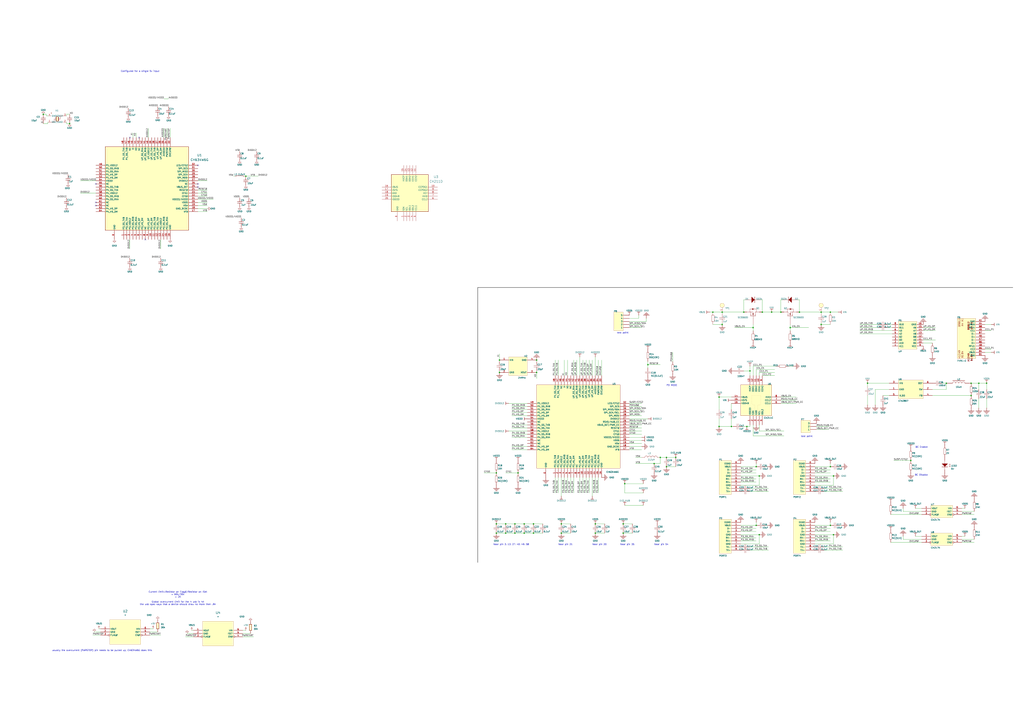
<source format=kicad_sch>
(kicad_sch (version 20250114) (generator "eeschema") (generator_version "9.0")
  (paper "A1")
  (lib_symbols
    (symbol "*:root_0_CAP_*_0" (pin_numbers (hide yes)) (pin_names (hide yes))
      (symbol "root_0_CAP_*_0_1_0"
        (pin passive line (at 2.54 2.54 270) (length 2.54) (name "1") (number "1"))
        (pin passive line (at 2.54 -5.08 90) (length 2.54) (name "2") (number "2"))
      )
    )
    (symbol "*:root_0_USB-AF3.0-90卷_*_0"
      (symbol "root_0_USB-AF3.0-90卷_*_0_1_0"
        (pin passive line (at 17.78 -2.54 180) (length 7.62) (name "EGND") (number "0"))
        (pin passive line (at 17.78 -5.08 180) (length 7.62) (name "VBUS") (number "1"))
        (pin passive line (at 17.78 -7.62 180) (length 7.62) (name "D-") (number "2"))
        (pin passive line (at 17.78 -10.16 180) (length 7.62) (name "D+") (number "3"))
        (pin passive line (at 17.78 -12.7 180) (length 7.62) (name "GND") (number "4"))
        (pin passive line (at 17.78 -15.24 180) (length 7.62) (name "RX-") (number "5"))
        (pin passive line (at 17.78 -17.78 180) (length 7.62) (name "RX+") (number "6"))
        (pin passive line (at 17.78 -20.32 180) (length 7.62) (name "GND") (number "7"))
        (pin passive line (at 17.78 -22.86 180) (length 7.62) (name "TX-") (number "8"))
        (pin passive line (at 17.78 -25.4 180) (length 7.62) (name "TX+") (number "9"))
      )
    )
    (symbol "*:root_0_晶体_*_0"
      (symbol "root_0_晶体_*_0_1_0"
        (pin passive line (at -7.62 -2.54 0) (length 7.62) (name "XIN") (number "1"))
        (pin passive line (at -7.62 -12.7 0) (length 7.62) (name "GND") (number "2"))
        (pin passive line (at 22.86 -2.54 180) (length 7.62) (name "GND") (number "4"))
        (pin passive line (at 22.86 -12.7 180) (length 7.62) (name "XOUT") (number "3"))
      )
    )
    (symbol "*:root_1_CAP_*_0" (pin_numbers (hide yes)) (pin_names (hide yes))
      (symbol "root_1_CAP_*_0_1_0"
        (pin passive line (at 0 7.62 270) (length 2.54) (name "2") (number "2"))
        (pin passive line (at 0 0 90) (length 2.54) (name "1") (number "1"))
      )
    )
    (symbol "*:root_1_RES_*_0" (pin_numbers (hide yes)) (pin_names (hide yes))
      (symbol "root_1_RES_*_0_1_0"
        (pin passive line (at 0 10.16 270) (length 2.54) (name "") (number "2"))
        (pin passive line (at 0 0 90) (length 2.54) (name "") (number "1"))
      )
    )
    (symbol "*:root_1_mirrored_RES_*_0" (pin_numbers (hide yes)) (pin_names (hide yes))
      (symbol "root_1_mirrored_RES_*_0_1_0"
        (pin passive line (at 0 10.16 270) (length 2.54) (name "") (number "2"))
        (pin passive line (at 0 0 90) (length 2.54) (name "") (number "1"))
      )
    )
    (symbol "*:root_2_CAP_*_0" (pin_numbers (hide yes)) (pin_names (hide yes))
      (symbol "root_2_CAP_*_0_1_0"
        (pin passive line (at -2.54 5.08 270) (length 2.54) (name "2") (number "2"))
        (pin passive line (at -2.54 -2.54 90) (length 2.54) (name "1") (number "1"))
      )
    )
    (symbol "*:root_3_LED_*_0" (pin_numbers (hide yes)) (pin_names (hide yes))
      (symbol "root_3_LED_*_0_1_0"
        (pin passive line (at -2.54 2.54 270) (length 2.54) (name "A") (number "1"))
        (pin passive line (at -2.54 -10.16 90) (length 2.54) (name "K") (number "2"))
      )
    )
    (symbol "*:root_3_RES_*_0" (pin_numbers (hide yes)) (pin_names (hide yes))
      (symbol "root_3_RES_*_0_1_0"
        (pin passive line (at 0 0 270) (length 2.54) (name "") (number "1"))
        (pin passive line (at 0 -10.16 90) (length 2.54) (name "") (number "2"))
      )
    )
    (symbol "0603:L_0603" (pin_numbers (hide yes)) (pin_names (hide yes))
      (property "Reference" "L" (at -1.27 0 90))
      (property "Value" "L_0603" (at 1.905 0 90))
      (symbol "L_0603_1_1"
        (pin passive line (at 0 3.81 270) (length 1.27) (name "1") (number "1"))
        (pin passive line (at 0 -3.81 90) (length 1.27) (name "2") (number "2"))
      )
    )
    (symbol "CH634W6G-PD with shell-R0-1v2-altium-import:1V2_HUB_BAR" (power)
      (property "Value" "1V2_HUB" (at 0 -3.81 0))
      (symbol "1V2_HUB_BAR_0_0"
        (pin power_in line (at 0 0 0) (length 0) (hide yes) (name "1V2_HUB") (number ""))
      )
    )
    (symbol "CH634W6G-PD with shell-R0-1v2-altium-import:AVDD33_BAR" (power)
      (property "Value" "AVDD33" (at 0 -3.81 0))
      (symbol "AVDD33_BAR_0_0"
        (pin power_in line (at 0 0 0) (length 0) (hide yes) (name "AVDD33") (number ""))
      )
    )
    (symbol "CH634W6G-PD with shell-R0-1v2-altium-import:DVDD12_BAR" (power)
      (property "Value" "DVDD12" (at 0 -3.81 0))
      (symbol "DVDD12_BAR_0_0"
        (pin power_in line (at 0 0 0) (length 0) (hide yes) (name "DVDD12") (number ""))
      )
    )
    (symbol "CH634W6G-PD with shell-R0-1v2-altium-import:GND_POWER_GROUND" (power)
      (property "Value" "GND" (at 0 -6.35 0))
      (symbol "GND_POWER_GROUND_0_0"
        (pin power_in line (at 0 0 0) (length 0) (hide yes) (name "GND") (number ""))
      )
    )
    (symbol "CH634W6G-PD with shell-R0-1v2-altium-import:HVCP_BAR" (power)
      (property "Value" "HVCP" (at 0 -3.81 0))
      (symbol "HVCP_BAR_0_0"
        (pin power_in line (at 0 0 0) (length 0) (hide yes) (name "HVCP") (number ""))
      )
    )
    (symbol "CH634W6G-PD with shell-R0-1v2-altium-import:VBUS_BAR" (power)
      (property "Value" "VBUS" (at 0 -3.81 0))
      (symbol "VBUS_BAR_0_0"
        (pin power_in line (at 0 0 0) (length 0) (hide yes) (name "VBUS") (number ""))
      )
    )
    (symbol "CH634W6G-PD with shell-R0-1v2-altium-import:VBUS_OUT_BAR" (power)
      (property "Value" "VBUS_OUT" (at 0 -3.81 0))
      (symbol "VBUS_OUT_BAR_0_0"
        (pin power_in line (at 0 0 0) (length 0) (hide yes) (name "VBUS_OUT") (number ""))
      )
    )
    (symbol "CH634W6G-PD with shell-R0-1v2-altium-import:VDD33_BAR" (power)
      (property "Value" "VDD33" (at 0 -3.81 0))
      (symbol "VDD33_BAR_0_0"
        (pin power_in line (at 0 0 0) (length 0) (hide yes) (name "VDD33") (number ""))
      )
    )
    (symbol "CH634W6G-PD with shell-R0-1v2-altium-import:VDD5_BAR" (power)
      (property "Value" "VDD5" (at 0 -3.81 0))
      (symbol "VDD5_BAR_0_0"
        (pin power_in line (at 0 0 0) (length 0) (hide yes) (name "VDD5") (number ""))
      )
    )
    (symbol "CH634W6G-PD with shell-R0-1v2-altium-import:VHV_BAR" (power)
      (property "Value" "VHV" (at 0 -3.81 0))
      (symbol "VHV_BAR_0_0"
        (pin power_in line (at 0 0 0) (length 0) (hide yes) (name "VHV") (number ""))
      )
    )
    (symbol "CH634W6G-PD with shell-R0-1v2-altium-import:VIN_BAR" (power)
      (property "Value" "VIN" (at 0 -3.81 0))
      (symbol "VIN_BAR_0_0"
        (pin power_in line (at 0 0 0) (length 0) (hide yes) (name "VIN") (number ""))
      )
    )
    (symbol "CH634W6G-PD with shell-R0-1v2-altium-import:VIO33_BAR" (power)
      (property "Value" "VIO33" (at 0 -3.81 0))
      (symbol "VIO33_BAR_0_0"
        (pin power_in line (at 0 0 0) (length 0) (hide yes) (name "VIO33") (number ""))
      )
    )
    (symbol "CHXXX:CH211D (Altium Display 1)"
      (property "Reference" "U" (at 38.608 0 0))
      (property "Value" "CH211D" (at 38.608 -2.54 0))
      (symbol "CH211D (Altium Display 1)_1_0"
        (pin power_in line (at -7.62 -10.16 0) (length 7.62) (name "VBUS") (number "16"))
        (pin power_in line (at -7.62 -12.7 0) (length 7.62) (name "VSYS") (number "17"))
        (pin power_in line (at -7.62 -15.24 0) (length 7.62) (name "GND") (number "18"))
        (pin power_in line (at -7.62 -17.78 0) (length 7.62) (name "VDD49") (number "19"))
        (pin power_in line (at -7.62 -20.32 0) (length 7.62) (name "VDD33") (number "20"))
        (pin power_in line (at 5.08 -38.1 90) (length 7.62) (name "GND") (number "0"))
        (pin output line (at 10.16 7.62 270) (length 7.62) (name "HVCP") (number "15"))
        (pin bidirectional line (at 10.16 -38.1 90) (length 7.62) (name "SDA") (number "1"))
        (pin bidirectional line (at 12.7 7.62 270) (length 7.62) (name "ODH1") (number "14"))
        (pin bidirectional line (at 12.7 -38.1 90) (length 7.62) (name "SCL") (number "2"))
        (pin bidirectional line (at 15.24 7.62 270) (length 7.62) (name "ODH2") (number "13"))
        (pin bidirectional line (at 15.24 -38.1 90) (length 7.62) (name "ODL1") (number "3"))
        (pin bidirectional line (at 17.78 7.62 270) (length 7.62) (name "CCH1") (number "12"))
        (pin bidirectional line (at 17.78 -38.1 90) (length 7.62) (name "ODL2") (number "4"))
        (pin bidirectional line (at 20.32 7.62 270) (length 7.62) (name "CCH2") (number "11"))
        (pin bidirectional line (at 20.32 -38.1 90) (length 7.62) (name "CCL1") (number "5"))
        (pin power_in line (at 38.1 -10.16 180) (length 7.62) (name "CCPDG1") (number "10"))
        (pin power_in line (at 38.1 -12.7 180) (length 7.62) (name "CCPDG2") (number "9"))
        (pin bidirectional line (at 38.1 -15.24 180) (length 7.62) (name "KEY") (number "8"))
        (pin bidirectional line (at 38.1 -17.78 180) (length 7.62) (name "HVIO") (number "7"))
        (pin bidirectional line (at 38.1 -20.32 180) (length 7.62) (name "CCL2") (number "6"))
      )
    )
    (symbol "CHXXX:CH217K"
      (property "Reference" "U" (at 0 0 0))
      (property "Value" "*" (at 0 -27.94 0))
      (symbol "CH217K_1_0"
        (pin power_in line (at -7.62 -7.62 0) (length 7.62) (name "VOUT") (number "1"))
        (pin power_in line (at -7.62 -10.16 0) (length 7.62) (name "GND") (number "2"))
        (pin open_collector inverted (at -7.62 -12.7 0) (length 7.62) (name "FLAG#") (number "3"))
        (pin power_in line (at 33.02 -7.62 180) (length 7.62) (name "VIN") (number "6"))
        (pin bidirectional line (at 33.02 -10.16 180) (length 7.62) (name "ISET") (number "5"))
        (pin input inverted (at 33.02 -12.7 180) (length 7.62) (name "EN#") (number "4"))
      )
    )
    (symbol "CHXXX:CH634W6G"
      (property "Reference" "U" (at 66.04 68.58 0))
      (property "Value" "CH634W6G" (at 55.88 -2.54 0))
      (symbol "CH634W6G_1_0"
        (pin power_in line (at -7.62 -15.24 0) (length 7.62) (name "P1_VDD12") (number "49"))
        (pin bidirectional line (at -7.62 -17.78 0) (length 7.62) (name "P1_SS_RXB") (number "50"))
        (pin bidirectional line (at -7.62 -20.32 0) (length 7.62) (name "P1_SS_RXA") (number "51"))
        (pin bidirectional line (at -7.62 -22.86 0) (length 7.62) (name "P1_HS_DP") (number "52"))
        (pin bidirectional line (at -7.62 -25.4 0) (length 7.62) (name "P1_HS_DM") (number "53"))
        (pin power_in line (at -7.62 -27.94 0) (length 7.62) (name "VIO33") (number "54"))
        (pin passive line (at -7.62 -30.48 0) (length 7.62) (name "NC") (number "55"))
        (pin bidirectional line (at -7.62 -33.02 0) (length 7.62) (name "P4_SS_TXB") (number "56"))
        (pin bidirectional line (at -7.62 -35.56 0) (length 7.62) (name "P4_SS_TXA") (number "57"))
        (pin power_in line (at -7.62 -38.1 0) (length 7.62) (name "P4_VDD12") (number "58"))
        (pin bidirectional line (at -7.62 -40.64 0) (length 7.62) (name "P4_SS_RXB") (number "59"))
        (pin bidirectional line (at -7.62 -43.18 0) (length 7.62) (name "P4_SS_RXA") (number "60"))
        (pin passive line (at -7.62 -45.72 0) (length 7.62) (name "NC") (number "61"))
        (pin passive line (at -7.62 -48.26 0) (length 7.62) (name "NC") (number "62"))
        (pin bidirectional line (at -7.62 -50.8 0) (length 7.62) (name "P4_HS_DP") (number "63"))
        (pin bidirectional line (at -7.62 -53.34 0) (length 7.62) (name "P4_HS_DM") (number "64"))
        (pin power_in line (at 7.62 -76.2 90) (length 7.62) (name "GND") (number "0"))
        (pin bidirectional line (at 15.24 7.62 270) (length 7.62) (name "P1_SS_TXA") (number "48"))
        (pin bidirectional line (at 15.24 -76.2 90) (length 7.62) (name "P3_SS_TXB") (number "1"))
        (pin bidirectional line (at 17.78 7.62 270) (length 7.62) (name "P1_SS_TXB") (number "47"))
        (pin bidirectional line (at 17.78 -76.2 90) (length 7.62) (name "P3_SS_TXA") (number "2"))
        (pin passive line (at 20.32 7.62 270) (length 7.62) (name "NC") (number "46"))
        (pin power_in line (at 20.32 -76.2 90) (length 7.62) (name "P3_VDD12") (number "3"))
        (pin input line (at 22.86 7.62 270) (length 7.62) (name "XI") (number "45"))
        (pin bidirectional line (at 22.86 -76.2 90) (length 7.62) (name "P3_SS_RXB") (number "4"))
        (pin bidirectional line (at 25.4 7.62 270) (length 7.62) (name "XO") (number "44"))
        (pin bidirectional line (at 25.4 -76.2 90) (length 7.62) (name "P3_SS_RXA") (number "5"))
        (pin passive line (at 27.94 7.62 270) (length 7.62) (name "NC") (number "43"))
        (pin bidirectional line (at 27.94 -76.2 90) (length 7.62) (name "P3_HS_DP") (number "6"))
        (pin bidirectional line (at 30.48 7.62 270) (length 7.62) (name "UP_SS_RXA") (number "42"))
        (pin bidirectional line (at 30.48 -76.2 90) (length 7.62) (name "P3_HS_DM") (number "7"))
        (pin bidirectional line (at 33.02 7.62 270) (length 7.62) (name "UP_SS_RXB") (number "41"))
        (pin passive line (at 33.02 -76.2 90) (length 7.62) (name "NC") (number "8"))
        (pin power_in line (at 35.56 7.62 270) (length 7.62) (name "UP_VDD12") (number "40"))
        (pin bidirectional line (at 35.56 -76.2 90) (length 7.62) (name "P2_HS_DP") (number "9"))
        (pin bidirectional line (at 38.1 7.62 270) (length 7.62) (name "UP_SS_TXA") (number "39"))
        (pin bidirectional line (at 38.1 -76.2 90) (length 7.62) (name "P2_HS_DM") (number "10"))
        (pin bidirectional line (at 40.64 7.62 270) (length 7.62) (name "UP_SS_TXB") (number "38"))
        (pin bidirectional line (at 40.64 -76.2 90) (length 7.62) (name "P2_SS_TXB") (number "11"))
        (pin bidirectional line (at 43.18 7.62 270) (length 7.62) (name "UP_HS_DP") (number "37"))
        (pin bidirectional line (at 43.18 -76.2 90) (length 7.62) (name "P2_SS_TXA") (number "12"))
        (pin bidirectional line (at 45.72 7.62 270) (length 7.62) (name "UP_HS_DM") (number "36"))
        (pin power_in line (at 45.72 -76.2 90) (length 7.62) (name "P2_VDD12") (number "13"))
        (pin power_in line (at 48.26 7.62 270) (length 7.62) (name "AVDD33") (number "35"))
        (pin bidirectional line (at 48.26 -76.2 90) (length 7.62) (name "P2_SS_RXB") (number "14"))
        (pin bidirectional line (at 50.8 7.62 270) (length 7.62) (name "PWREN#") (number "34"))
        (pin bidirectional line (at 50.8 -76.2 90) (length 7.62) (name "P2_SS_RXA") (number "15"))
        (pin bidirectional line (at 53.34 7.62 270) (length 7.62) (name "OVCUR#") (number "33"))
        (pin power_in line (at 53.34 -76.2 90) (length 7.62) (name "GND") (number "16"))
        (pin bidirectional line (at 76.2 -15.24 180) (length 7.62) (name "LED/CFG2") (number "32"))
        (pin bidirectional line (at 76.2 -17.78 180) (length 7.62) (name "SPI_SCS") (number "31"))
        (pin bidirectional line (at 76.2 -20.32 180) (length 7.62) (name "SPI_MISO") (number "30"))
        (pin bidirectional line (at 76.2 -22.86 180) (length 7.62) (name "SPI_SCK") (number "29"))
        (pin bidirectional line (at 76.2 -25.4 180) (length 7.62) (name "SPI_MOSI") (number "28"))
        (pin power_in line (at 76.2 -27.94 180) (length 7.62) (name "DVDD12") (number "27"))
        (pin passive line (at 76.2 -30.48 180) (length 7.62) (name "NC") (number "26"))
        (pin bidirectional line (at 76.2 -33.02 180) (length 7.62) (name "VBUS_DET") (number "25"))
        (pin bidirectional line (at 76.2 -35.56 180) (length 7.62) (name "RESET#") (number "24"))
        (pin bidirectional line (at 76.2 -38.1 180) (length 7.62) (name "CFG1") (number "23"))
        (pin bidirectional line (at 76.2 -40.64 180) (length 7.62) (name "CFG0") (number "22"))
        (pin power_in line (at 76.2 -43.18 180) (length 7.62) (name "VDD33/VIO33") (number "21"))
        (pin power_in line (at 76.2 -45.72 180) (length 7.62) (name "VDD5") (number "20"))
        (pin power_in line (at 76.2 -48.26 180) (length 7.62) (name "VSW") (number "19"))
        (pin power_in line (at 76.2 -50.8 180) (length 7.62) (name "GND_DCDC") (number "18"))
        (pin power_in line (at 76.2 -53.34 180) (length 7.62) (name "VFB") (number "17"))
      )
    )
    (symbol "CHXXX:root_0_CH211C_CHXXX.schlib_0"
      (symbol "root_0_CH211C_CHXXX.schlib_0_1_0"
        (pin power_in line (at -7.62 -10.16 0) (length 7.62) (name "VBUS") (number "14"))
        (pin power_in line (at -7.62 -12.7 0) (length 7.62) (name "VSYS") (number "15"))
        (pin power_in line (at -7.62 -15.24 0) (length 7.62) (name "VDD49") (number "16"))
        (pin output line (at 7.62 7.62 270) (length 7.62) (name "HVCP") (number "13"))
        (pin power_in line (at 7.62 -33.02 90) (length 7.62) (name "VDD33") (number "1"))
        (pin bidirectional line (at 10.16 7.62 270) (length 7.62) (name "ODH1") (number "12"))
        (pin bidirectional line (at 10.16 -33.02 90) (length 7.62) (name "SDA") (number "2"))
        (pin bidirectional line (at 12.7 7.62 270) (length 7.62) (name "ODH2") (number "11"))
        (pin power_in line (at 12.7 -33.02 90) (length 7.62) (name "GND") (number "3"))
        (pin bidirectional line (at 15.24 7.62 270) (length 7.62) (name "CCH1") (number "10"))
        (pin bidirectional line (at 15.24 -33.02 90) (length 7.62) (name "SCL") (number "4"))
        (pin bidirectional line (at 17.78 7.62 270) (length 7.62) (name "CCH2") (number "9"))
        (pin bidirectional line (at 17.78 -33.02 90) (length 7.62) (name "ODL2") (number "5"))
        (pin bidirectional line (at 33.02 -10.16 180) (length 7.62) (name "HVIO") (number "8"))
        (pin bidirectional line (at 33.02 -12.7 180) (length 7.62) (name "CCL2") (number "7"))
        (pin bidirectional line (at 33.02 -15.24 180) (length 7.62) (name "CCL1") (number "6"))
      )
    )
    (symbol "CHXXX:root_0_CH217K_CHXXX.schlib"
      (symbol "root_0_CH217K_CHXXX.schlib_1_0"
        (pin power_in line (at -7.62 -7.62 0) (length 7.62) (name "VOUT") (number "1"))
        (pin power_in line (at -7.62 -10.16 0) (length 7.62) (name "GND") (number "2"))
        (pin passive inverted (at -7.62 -12.7 0) (length 7.62) (name "FLAG#") (number "3"))
        (pin power_in line (at 25.4 -7.62 180) (length 7.62) (name "VIN") (number "6"))
        (pin passive line (at 25.4 -10.16 180) (length 7.62) (name "ISET") (number "5"))
        (pin passive inverted (at 25.4 -12.7 180) (length 7.62) (name "EN#") (number "4"))
      )
    )
    (symbol "CHXXX:root_0_CH634W6G_CHXXX.schlib"
      (symbol "root_0_CH634W6G_CHXXX.schlib_1_0"
        (pin power_in line (at -7.62 -15.24 0) (length 7.62) (name "P1_VDD12") (number "49"))
        (pin bidirectional line (at -7.62 -17.78 0) (length 7.62) (name "P1_SS_RXB") (number "50"))
        (pin bidirectional line (at -7.62 -20.32 0) (length 7.62) (name "P1_SS_RXA") (number "51"))
        (pin bidirectional line (at -7.62 -22.86 0) (length 7.62) (name "P1_HS_DP") (number "52"))
        (pin bidirectional line (at -7.62 -25.4 0) (length 7.62) (name "P1_HS_DM") (number "53"))
        (pin power_in line (at -7.62 -27.94 0) (length 7.62) (name "VIO33") (number "54"))
        (pin passive line (at -7.62 -30.48 0) (length 7.62) (name "NC") (number "55"))
        (pin bidirectional line (at -7.62 -33.02 0) (length 7.62) (name "P4_SS_TXB") (number "56"))
        (pin bidirectional line (at -7.62 -35.56 0) (length 7.62) (name "P4_SS_TXA") (number "57"))
        (pin power_in line (at -7.62 -38.1 0) (length 7.62) (name "P4_VDD12") (number "58"))
        (pin bidirectional line (at -7.62 -40.64 0) (length 7.62) (name "P4_SS_RXB") (number "59"))
        (pin bidirectional line (at -7.62 -43.18 0) (length 7.62) (name "P4_SS_RXA") (number "60"))
        (pin passive line (at -7.62 -45.72 0) (length 7.62) (name "NC") (number "61"))
        (pin passive line (at -7.62 -48.26 0) (length 7.62) (name "NC") (number "62"))
        (pin bidirectional line (at -7.62 -50.8 0) (length 7.62) (name "P4_HS_DP") (number "63"))
        (pin bidirectional line (at -7.62 -53.34 0) (length 7.62) (name "P4_HS_DM") (number "64"))
        (pin power_in line (at 7.62 -76.2 90) (length 7.62) (name "GND") (number "0"))
        (pin bidirectional line (at 15.24 7.62 270) (length 7.62) (name "P1_SS_TXA") (number "48"))
        (pin bidirectional line (at 15.24 -76.2 90) (length 7.62) (name "P3_SS_TXB") (number "1"))
        (pin bidirectional line (at 17.78 7.62 270) (length 7.62) (name "P1_SS_TXB") (number "47"))
        (pin bidirectional line (at 17.78 -76.2 90) (length 7.62) (name "P3_SS_TXA") (number "2"))
        (pin passive line (at 20.32 7.62 270) (length 7.62) (name "NC") (number "46"))
        (pin power_in line (at 20.32 -76.2 90) (length 7.62) (name "P3_VDD12") (number "3"))
        (pin input line (at 22.86 7.62 270) (length 7.62) (name "XI") (number "45"))
        (pin bidirectional line (at 22.86 -76.2 90) (length 7.62) (name "P3_SS_RXB") (number "4"))
        (pin bidirectional line (at 25.4 7.62 270) (length 7.62) (name "XO") (number "44"))
        (pin bidirectional line (at 25.4 -76.2 90) (length 7.62) (name "P3_SS_RXA") (number "5"))
        (pin passive line (at 27.94 7.62 270) (length 7.62) (name "NC") (number "43"))
        (pin bidirectional line (at 27.94 -76.2 90) (length 7.62) (name "P3_HS_DP") (number "6"))
        (pin bidirectional line (at 30.48 7.62 270) (length 7.62) (name "UP_SS_RXA") (number "42"))
        (pin bidirectional line (at 30.48 -76.2 90) (length 7.62) (name "P3_HS_DM") (number "7"))
        (pin bidirectional line (at 33.02 7.62 270) (length 7.62) (name "UP_SS_RXB") (number "41"))
        (pin passive line (at 33.02 -76.2 90) (length 7.62) (name "NC") (number "8"))
        (pin power_in line (at 35.56 7.62 270) (length 7.62) (name "UP_VDD12") (number "40"))
        (pin bidirectional line (at 35.56 -76.2 90) (length 7.62) (name "P2_HS_DP") (number "9"))
        (pin bidirectional line (at 38.1 7.62 270) (length 7.62) (name "UP_SS_TXA") (number "39"))
        (pin bidirectional line (at 38.1 -76.2 90) (length 7.62) (name "P2_HS_DM") (number "10"))
        (pin bidirectional line (at 40.64 7.62 270) (length 7.62) (name "UP_SS_TXB") (number "38"))
        (pin bidirectional line (at 40.64 -76.2 90) (length 7.62) (name "P2_SS_TXB") (number "11"))
        (pin bidirectional line (at 43.18 7.62 270) (length 7.62) (name "UP_HS_DP") (number "37"))
        (pin bidirectional line (at 43.18 -76.2 90) (length 7.62) (name "P2_SS_TXA") (number "12"))
        (pin bidirectional line (at 45.72 7.62 270) (length 7.62) (name "UP_HS_DM") (number "36"))
        (pin power_in line (at 45.72 -76.2 90) (length 7.62) (name "P2_VDD12") (number "13"))
        (pin power_in line (at 48.26 7.62 270) (length 7.62) (name "AVDD33") (number "35"))
        (pin bidirectional line (at 48.26 -76.2 90) (length 7.62) (name "P2_SS_RXB") (number "14"))
        (pin bidirectional line (at 50.8 7.62 270) (length 7.62) (name "PWREN#") (number "34"))
        (pin bidirectional line (at 50.8 -76.2 90) (length 7.62) (name "P2_SS_RXA") (number "15"))
        (pin bidirectional line (at 53.34 7.62 270) (length 7.62) (name "OVCUR#") (number "33"))
        (pin power_in line (at 53.34 -76.2 90) (length 7.62) (name "GND") (number "16"))
        (pin bidirectional line (at 76.2 -15.24 180) (length 7.62) (name "LED/CFG2") (number "32"))
        (pin bidirectional line (at 76.2 -17.78 180) (length 7.62) (name "SPI_SCS") (number "31"))
        (pin bidirectional line (at 76.2 -20.32 180) (length 7.62) (name "SPI_MISO/SDA") (number "30"))
        (pin bidirectional line (at 76.2 -22.86 180) (length 7.62) (name "SPI_SCK/SCL") (number "29"))
        (pin bidirectional line (at 76.2 -25.4 180) (length 7.62) (name "SPI_MOSI") (number "28"))
        (pin power_in line (at 76.2 -27.94 180) (length 7.62) (name "DVDD12") (number "27"))
        (pin bidirectional line (at 76.2 -30.48 180) (length 7.62) (name "RSVD/HUB_CC") (number "26"))
        (pin bidirectional line (at 76.2 -33.02 180) (length 7.62) (name "VBUS_DET/PWR_CC") (number "25"))
        (pin bidirectional line (at 76.2 -35.56 180) (length 7.62) (name "RESET#") (number "24"))
        (pin bidirectional line (at 76.2 -38.1 180) (length 7.62) (name "CFG1") (number "23"))
        (pin bidirectional line (at 76.2 -40.64 180) (length 7.62) (name "CFG0") (number "22"))
        (pin power_in line (at 76.2 -43.18 180) (length 7.62) (name "VDD33/VIO33") (number "21"))
        (pin power_in line (at 76.2 -45.72 180) (length 7.62) (name "VDD5") (number "20"))
        (pin power_in line (at 76.2 -48.26 180) (length 7.62) (name "VSW") (number "19"))
        (pin power_in line (at 76.2 -50.8 180) (length 7.62) (name "GND_DCDC") (number "18"))
        (pin power_in line (at 76.2 -53.34 180) (length 7.62) (name "VFB") (number "17"))
      )
    )
    (symbol "CHXXX:root_0_DIODE_CHXXX.schlib_0" (pin_numbers (hide yes)) (pin_names (hide yes))
      (symbol "root_0_DIODE_CHXXX.schlib_0_1_0"
        (pin passive line (at -2.54 -2.54 0) (length 2.54) (name "A") (number "1"))
        (pin passive line (at 10.16 -2.54 180) (length 2.54) (name "K") (number "2"))
      )
    )
    (symbol "CHXXX:root_0_mirrored_DIODE_CHXXX.schlib_0" (pin_numbers (hide yes)) (pin_names (hide yes))
      (symbol "root_0_mirrored_DIODE_CHXXX.schlib_0_1_0"
        (pin passive line (at -10.16 -2.54 0) (length 2.54) (name "K") (number "2"))
        (pin passive line (at 2.54 -2.54 180) (length 2.54) (name "A") (number "1"))
      )
    )
    (symbol "EasyEDA:TAXM24M4ZDBCCT2T"
      (property "Reference" "X" (at 0 7.62 0))
      (property "Value" "TAXM24M4ZDBCCT2T" (at 0 -7.62 0))
      (symbol "TAXM24M4ZDBCCT2T_0_1"
        (pin unspecified line (at -7.62 2.54 0) (length 2.54) (name "GND") (number "4"))
        (pin unspecified line (at -7.62 -2.54 0) (length 2.54) (name "OSC1") (number "1"))
        (pin unspecified line (at 7.62 2.54 180) (length 2.54) (name "OSC2") (number "3"))
        (pin unspecified line (at 7.62 -2.54 180) (length 2.54) (name "GND") (number "2"))
      )
    )
    (symbol "Miscellaneous Connectors:root_2_Header 3_Miscellaneous Connectors.IntLib" (pin_numbers (hide yes))
      (symbol "root_2_Header 3_Miscellaneous Connectors.IntLib_1_0"
        (pin passive line (at 5.08 7.62 180) (length 5.08) (name "3") (number "3"))
        (pin passive line (at 5.08 5.08 180) (length 5.08) (name "2") (number "2"))
        (pin passive line (at 5.08 2.54 180) (length 5.08) (name "1") (number "1"))
      )
    )
    (symbol "Miscellaneous Devices LC:root_0_0603 56KΩ (5602) 1%_Miscellaneous Devices LC.IntLib" (pin_numbers (hide yes)) (pin_names (hide yes))
      (symbol "root_0_0603 56KΩ (5602) 1%_Miscellaneous Devices LC.IntLib_1_0"
        (pin passive line (at -5.08 0 0) (length 2.54) (name "1") (number "1"))
        (pin passive line (at 5.08 0 180) (length 2.54) (name "2") (number "2"))
      )
    )
    (symbol "Miscellaneous Devices LC:root_1_0603 100nF (104) 10% 50V_Miscellaneous Devices LC.IntLib" (pin_numbers (hide yes)) (pin_names (hide yes))
      (symbol "root_1_0603 100nF (104) 10% 50V_Miscellaneous Devices LC.IntLib_1_0"
        (pin passive line (at 0 12.7 270) (length 2.54) (name "2") (number "2"))
        (pin passive line (at 0 5.08 90) (length 2.54) (name "1") (number "1"))
      )
    )
    (symbol "Miscellaneous Devices LC:root_2_0603 100nF (104) 10% 50V_Miscellaneous Devices LC.IntLib" (pin_numbers (hide yes)) (pin_names (hide yes))
      (symbol "root_2_0603 100nF (104) 10% 50V_Miscellaneous Devices LC.IntLib_1_0"
        (pin passive line (at -12.7 0 0) (length 2.54) (name "2") (number "2"))
        (pin passive line (at -5.08 0 180) (length 2.54) (name "1") (number "1"))
      )
    )
    (symbol "Miscellaneous Devices LC:root_3_0603 56KΩ (5602) 1%_Miscellaneous Devices LC.IntLib" (pin_numbers (hide yes)) (pin_names (hide yes))
      (symbol "root_3_0603 56KΩ (5602) 1%_Miscellaneous Devices LC.IntLib_1_0"
        (pin passive line (at 0 5.08 270) (length 2.54) (name "1") (number "1"))
        (pin passive line (at 0 -5.08 90) (length 2.54) (name "2") (number "2"))
      )
    )
    (symbol "Miscellaneous Devices:root_0_Inductor_Miscellaneous Devices.IntLib" (pin_numbers (hide yes)) (pin_names (hide yes))
      (symbol "root_0_Inductor_Miscellaneous Devices.IntLib_1_0"
        (pin passive line (at -2.54 -2.54 0) (length 2.54) (name "1") (number "1"))
        (pin passive line (at 12.7 -2.54 180) (length 2.54) (name "2") (number "2"))
      )
    )
    (symbol "Miscellaneous Devices:root_1_Cap_Miscellaneous Devices.IntLib" (pin_numbers (hide yes)) (pin_names (hide yes))
      (symbol "root_1_Cap_Miscellaneous Devices.IntLib_1_0"
        (pin passive line (at 2.54 5.08 270) (length 2.54) (name "2") (number "2"))
        (pin passive line (at 2.54 -2.54 90) (length 2.54) (name "1") (number "1"))
      )
    )
    (symbol "fab:C_0603" (pin_numbers (hide yes))
      (property "Reference" "C" (at 0.635 2.54 0))
      (property "Value" "C_0603" (at 0.635 -2.54 0))
      (symbol "C_0603_1_1"
        (pin passive line (at 0 3.81 270) (length 3.175) (name "~") (number "1"))
        (pin passive line (at 0 -3.81 90) (length 3.175) (name "~") (number "2"))
      )
    )
    (symbol "fab:R_0603" (pin_numbers (hide yes)) (pin_names (offset 0))
      (property "Reference" "R" (at 2.54 0 90))
      (property "Value" "R_0603" (at -2.54 0 90))
      (symbol "R_0603_1_1"
        (pin passive line (at 0 5.08 270) (length 2.54) (name "~") (number "1"))
        (pin passive line (at 0 -5.08 90) (length 2.54) (name "~") (number "2"))
      )
    )
    (symbol "power:+5V" (power) (pin_names (offset 0))
      (property "Value" "+5V" (at 0 3.556 0))
      (symbol "+5V_1_1"
        (pin power_in line (at 0 0 90) (length 0) (hide yes) (name "+5V") (number "1"))
      )
    )
    (symbol "power:GND" (power) (pin_names (offset 0))
      (property "Value" "GND" (at 0 -3.81 0))
      (symbol "GND_1_1"
        (pin power_in line (at 0 0 270) (length 0) (hide yes) (name "GND") (number "1"))
      )
    )
    (symbol "power:VBUS" (power) (pin_names (offset 0))
      (property "Value" "VBUS" (at 0 3.81 0))
      (symbol "VBUS_1_1"
        (pin power_in line (at 0 0 90) (length 0) (hide yes) (name "VBUS") (number "1"))
      )
    )
    (symbol "root_0_CAP_*_0_1" (pin_numbers (hide yes)) (pin_names (hide yes))
      (symbol "root_0_CAP_*_0_1_1_0"
        (pin passive line (at 2.54 2.54 270) (length 2.54) (name "1") (number "1"))
        (pin passive line (at 2.54 -5.08 90) (length 2.54) (name "2") (number "2"))
      )
    )
    (symbol "root_0_CAP_*_0_2" (pin_numbers (hide yes)) (pin_names (hide yes))
      (symbol "root_0_CAP_*_0_2_1_0"
        (pin passive line (at 2.54 2.54 270) (length 2.54) (name "1") (number "1"))
        (pin passive line (at 2.54 -5.08 90) (length 2.54) (name "2") (number "2"))
      )
    )
    (symbol "root_0_CAP_*_0_3" (pin_numbers (hide yes)) (pin_names (hide yes))
      (symbol "root_0_CAP_*_0_3_1_0"
        (pin passive line (at 0 0 0) (length 2.54) (name "1") (number "1"))
        (pin passive line (at 7.62 0 180) (length 2.54) (name "2") (number "2"))
      )
    )
    (symbol "root_0_CAP_*_0_4" (pin_numbers (hide yes)) (pin_names (hide yes))
      (symbol "root_0_CAP_*_0_4_1_0"
        (pin passive line (at 0 0 0) (length 2.54) (name "1") (number "1"))
        (pin passive line (at 7.62 0 180) (length 2.54) (name "2") (number "2"))
      )
    )
    (symbol "root_0_CAP_*_0_5" (pin_numbers (hide yes)) (pin_names (hide yes))
      (symbol "root_0_CAP_*_0_5_1_0"
        (pin passive line (at 0 0 0) (length 2.54) (name "1") (number "1"))
        (pin passive line (at 7.62 0 180) (length 2.54) (name "2") (number "2"))
      )
    )
    (symbol "root_0_CAP_*_0_6" (pin_numbers (hide yes)) (pin_names (hide yes))
      (symbol "root_0_CAP_*_0_6_1_0"
        (pin passive line (at 0 0 0) (length 2.54) (name "1") (number "1"))
        (pin passive line (at 7.62 0 180) (length 2.54) (name "2") (number "2"))
      )
    )
    (symbol "root_0_CAP_*_0_7" (pin_numbers (hide yes)) (pin_names (hide yes))
      (symbol "root_0_CAP_*_0_7_1_0"
        (pin passive line (at 2.54 2.54 270) (length 2.54) (name "1") (number "1"))
        (pin passive line (at 2.54 -5.08 90) (length 2.54) (name "2") (number "2"))
      )
    )
    (symbol "root_1_0603 100nF (104) 10% 50V_Miscellaneous Devices LC.IntLib_1" (pin_numbers (hide yes)) (pin_names (hide yes))
      (symbol "root_1_0603 100nF (104) 10% 50V_Miscellaneous Devices LC.IntLib_1_1_0"
        (pin passive line (at 0 12.7 270) (length 2.54) (name "2") (number "2"))
        (pin passive line (at 0 5.08 90) (length 2.54) (name "1") (number "1"))
      )
    )
    (symbol "root_1_CAP_*_0_1" (pin_numbers (hide yes)) (pin_names (hide yes))
      (symbol "root_1_CAP_*_0_1_1_0"
        (pin passive line (at -2.54 2.54 0) (length 2.54) (name "1") (number "1"))
        (pin passive line (at 5.08 2.54 180) (length 2.54) (name "2") (number "2"))
      )
    )
    (symbol "root_1_CAP_*_0_10" (pin_numbers (hide yes)) (pin_names (hide yes))
      (symbol "root_1_CAP_*_0_10_1_0"
        (pin passive line (at -2.54 2.54 0) (length 2.54) (name "1") (number "1"))
        (pin passive line (at 5.08 2.54 180) (length 2.54) (name "2") (number "2"))
      )
    )
    (symbol "root_1_CAP_*_0_2" (pin_numbers (hide yes)) (pin_names (hide yes))
      (symbol "root_1_CAP_*_0_2_1_0"
        (pin passive line (at -2.54 2.54 0) (length 2.54) (name "1") (number "1"))
        (pin passive line (at 5.08 2.54 180) (length 2.54) (name "2") (number "2"))
      )
    )
    (symbol "root_1_CAP_*_0_3" (pin_numbers (hide yes)) (pin_names (hide yes))
      (symbol "root_1_CAP_*_0_3_1_0"
        (pin passive line (at -2.54 2.54 0) (length 2.54) (name "1") (number "1"))
        (pin passive line (at 5.08 2.54 180) (length 2.54) (name "2") (number "2"))
      )
    )
    (symbol "root_1_CAP_*_0_4" (pin_numbers (hide yes)) (pin_names (hide yes))
      (symbol "root_1_CAP_*_0_4_1_0"
        (pin passive line (at -2.54 2.54 0) (length 2.54) (name "1") (number "1"))
        (pin passive line (at 5.08 2.54 180) (length 2.54) (name "2") (number "2"))
      )
    )
    (symbol "root_1_CAP_*_0_5" (pin_numbers (hide yes)) (pin_names (hide yes))
      (symbol "root_1_CAP_*_0_5_1_0"
        (pin passive line (at -2.54 2.54 0) (length 2.54) (name "1") (number "1"))
        (pin passive line (at 5.08 2.54 180) (length 2.54) (name "2") (number "2"))
      )
    )
    (symbol "root_1_CAP_*_0_6" (pin_numbers (hide yes)) (pin_names (hide yes))
      (symbol "root_1_CAP_*_0_6_1_0"
        (pin passive line (at -2.54 2.54 0) (length 2.54) (name "1") (number "1"))
        (pin passive line (at 5.08 2.54 180) (length 2.54) (name "2") (number "2"))
      )
    )
    (symbol "root_1_CAP_*_0_7" (pin_numbers (hide yes)) (pin_names (hide yes))
      (symbol "root_1_CAP_*_0_7_1_0"
        (pin passive line (at -2.54 2.54 0) (length 2.54) (name "1") (number "1"))
        (pin passive line (at 5.08 2.54 180) (length 2.54) (name "2") (number "2"))
      )
    )
    (symbol "root_1_CAP_*_0_8" (pin_numbers (hide yes)) (pin_names (hide yes))
      (symbol "root_1_CAP_*_0_8_1_0"
        (pin passive line (at -2.54 2.54 0) (length 2.54) (name "1") (number "1"))
        (pin passive line (at 5.08 2.54 180) (length 2.54) (name "2") (number "2"))
      )
    )
    (symbol "root_1_CAP_*_0_9" (pin_numbers (hide yes)) (pin_names (hide yes))
      (symbol "root_1_CAP_*_0_9_1_0"
        (pin passive line (at -2.54 2.54 0) (length 2.54) (name "1") (number "1"))
        (pin passive line (at 5.08 2.54 180) (length 2.54) (name "2") (number "2"))
      )
    )
    (symbol "root_1_Cap_Miscellaneous Devices.IntLib_1" (pin_numbers (hide yes)) (pin_names (hide yes))
      (symbol "root_1_Cap_Miscellaneous Devices.IntLib_1_1_0"
        (pin passive line (at 2.54 5.08 270) (length 2.54) (name "2") (number "2"))
        (pin passive line (at 2.54 -2.54 90) (length 2.54) (name "1") (number "1"))
      )
    )
    (symbol "root_1_Cap_Miscellaneous Devices.IntLib_2" (pin_numbers (hide yes)) (pin_names (hide yes))
      (symbol "root_1_Cap_Miscellaneous Devices.IntLib_2_1_0"
        (pin passive line (at 2.54 5.08 270) (length 2.54) (name "2") (number "2"))
        (pin passive line (at 2.54 -2.54 90) (length 2.54) (name "1") (number "1"))
      )
    )
    (symbol "wch_sch_others(1):root_1_RES_wch_sch_others(1).SchLib_0" (pin_numbers (hide yes)) (pin_names (hide yes))
      (symbol "root_1_RES_wch_sch_others(1).SchLib_0_1_0"
        (pin passive line (at 0.762 7.62 270) (length 2.54) (name "") (number "2"))
        (pin passive line (at 0.762 -2.54 90) (length 2.54) (name "") (number "1"))
      )
    )
    (symbol "wch_sch_others:root_0_CAP_wch_sch_others.schLib_0" (pin_numbers (hide yes)) (pin_names (hide yes))
      (symbol "root_0_CAP_wch_sch_others.schLib_0_1_0"
        (pin passive line (at 0 0 0) (length 2.54) (name "1") (number "1"))
        (pin passive line (at 7.62 0 180) (length 2.54) (name "2") (number "2"))
      )
    )
    (symbol "wch_sch_others:root_0_INDUCTOR_wch_sch_others.schLib" (pin_numbers (hide yes)) (pin_names (hide yes))
      (symbol "root_0_INDUCTOR_wch_sch_others.schLib_1_0"
        (pin passive line (at 0 0 0) (length 5.08) (name "1") (number "1"))
        (pin passive line (at 20.32 0 180) (length 5.08) (name "2") (number "2"))
      )
    )
    (symbol "wch_sch_others:root_0_TPS54202_wch_sch_others.schLib"
      (symbol "root_0_TPS54202_wch_sch_others.schLib_1_0"
        (pin passive line (at -7.62 12.7 0) (length 7.62) (name "VIN") (number "3"))
        (pin passive line (at -7.62 7.62 0) (length 7.62) (name "GND") (number "1"))
        (pin passive line (at -7.62 2.54 0) (length 7.62) (name "VLDO") (number "5"))
        (pin passive line (at 27.94 12.7 180) (length 7.62) (name "BST") (number "6"))
        (pin passive line (at 27.94 7.62 180) (length 7.62) (name "SW") (number "2"))
        (pin passive line (at 27.94 2.54 180) (length 7.62) (name "FB") (number "4"))
      )
    )
    (symbol "wch_sch_others:root_0_TypeC-Cable1_wch_sch_others.schLib"
      (symbol "root_0_TypeC-Cable1_wch_sch_others.schLib_1_0"
        (pin passive line (at -5.08 -2.54 0) (length 5.08) (name "B10") (number "8"))
        (pin passive line (at -5.08 -5.08 0) (length 5.08) (name "B11") (number "7"))
        (pin passive line (at -5.08 -7.62 0) (length 5.08) (name "A3") (number "6"))
        (pin passive line (at -5.08 -10.16 0) (length 5.08) (name "A2") (number "5"))
        (pin passive line (at -5.08 -12.7 0) (length 5.08) (name "B2") (number "4"))
        (pin passive line (at -5.08 -15.24 0) (length 5.08) (name "B3") (number "3"))
        (pin passive line (at -5.08 -17.78 0) (length 5.08) (name "A10") (number "2"))
        (pin passive line (at -5.08 -20.32 0) (length 5.08) (name "A11") (number "1"))
        (pin passive line (at 20.32 -2.54 180) (length 5.08) (name "GND") (number "16"))
        (pin passive line (at 20.32 -5.08 180) (length 5.08) (name "A6") (number "15"))
        (pin passive line (at 20.32 -7.62 180) (length 5.08) (name "A7") (number "14"))
        (pin passive line (at 20.32 -10.16 180) (length 5.08) (name "A8") (number "13"))
        (pin passive line (at 20.32 -12.7 180) (length 5.08) (name "B8") (number "12"))
        (pin passive line (at 20.32 -15.24 180) (length 5.08) (name "A5") (number "11"))
        (pin passive line (at 20.32 -17.78 180) (length 5.08) (name "B5") (number "10"))
        (pin passive line (at 20.32 -20.32 180) (length 5.08) (name "VCC") (number "9"))
      )
    )
    (symbol "wch_sch_others:root_1_CAP_wch_sch_others.schLib_0" (pin_numbers (hide yes)) (pin_names (hide yes))
      (symbol "root_1_CAP_wch_sch_others.schLib_0_1_0"
        (pin passive line (at 0 7.62 270) (length 2.54) (name "2") (number "2"))
        (pin passive line (at 0 0 90) (length 2.54) (name "1") (number "1"))
      )
    )
    (symbol "wch_sch_others:root_1_N-MOS 8pin_wch_sch_others.schLib" (pin_numbers (hide yes)) (pin_names (hide yes))
      (symbol "root_1_N-MOS 8pin_wch_sch_others.schLib_1_0"
        (pin passive line (at -7.62 0 0) (length 5.08) (name "D") (number "5"))
        (pin passive line (at -7.62 0 0) (length 2.54) (name "D") (number "6"))
        (pin passive line (at -7.62 0 0) (length 2.54) (name "D") (number "7"))
        (pin passive line (at -7.62 0 0) (length 2.54) (name "D") (number "8"))
        (pin passive line (at 0 -10.16 90) (length 5.08) (name "G") (number "4"))
        (pin passive line (at 7.62 0 180) (length 5.08) (name "S") (number "1"))
        (pin passive line (at 7.62 0 180) (length 2.54) (name "S") (number "2"))
        (pin passive line (at 7.62 0 180) (length 2.54) (name "S") (number "3"))
      )
    )
    (symbol "wch_sch_others:root_1_mirrored_CAP_wch_sch_others.schLib_0" (pin_numbers (hide yes)) (pin_names (hide yes))
      (symbol "root_1_mirrored_CAP_wch_sch_others.schLib_0_1_0"
        (pin passive line (at 0 7.62 270) (length 2.54) (name "2") (number "2"))
        (pin passive line (at 0 0 90) (length 2.54) (name "1") (number "1"))
      )
    )
    (symbol "wch_sch_others:root_1_mirrored_N-MOS 8pin_wch_sch_others.schLib" (pin_numbers (hide yes)) (pin_names (hide yes))
      (symbol "root_1_mirrored_N-MOS 8pin_wch_sch_others.schLib_1_0"
        (pin passive line (at -7.62 0 0) (length 5.08) (name "S") (number "1"))
        (pin passive line (at -7.62 0 0) (length 2.54) (name "S") (number "2"))
        (pin passive line (at -7.62 0 0) (length 2.54) (name "S") (number "3"))
        (pin passive line (at 0 -10.16 90) (length 5.08) (name "G") (number "4"))
        (pin passive line (at 7.62 0 180) (length 5.08) (name "D") (number "5"))
        (pin passive line (at 7.62 0 180) (length 2.54) (name "D") (number "6"))
        (pin passive line (at 7.62 0 180) (length 2.54) (name "D") (number "7"))
        (pin passive line (at 7.62 0 180) (length 2.54) (name "D") (number "8"))
      )
    )
    (symbol "wch_sch_others:root_2_CAP_wch_sch_others.schLib_0" (pin_numbers (hide yes)) (pin_names (hide yes))
      (symbol "root_2_CAP_wch_sch_others.schLib_0_1_0"
        (pin passive line (at -7.62 0 0) (length 2.54) (name "2") (number "2"))
        (pin passive line (at 0 0 180) (length 2.54) (name "1") (number "1"))
      )
    )
    (symbol "wch_sch_others:root_2_HEADER 5_wch_sch_others.schLib_0" (pin_numbers (hide yes))
      (symbol "root_2_HEADER 5_wch_sch_others.schLib_0_1_0"
        (pin passive line (at 0 10.16 180) (length 5.08) (name "5") (number "5"))
        (pin passive line (at 0 7.62 180) (length 5.08) (name "4") (number "4"))
        (pin passive line (at 0 5.08 180) (length 5.08) (name "3") (number "3"))
        (pin passive line (at 0 2.54 180) (length 5.08) (name "2") (number "2"))
        (pin passive line (at 0 0 180) (length 5.08) (name "1") (number "1"))
      )
    )
    (symbol "wch_sch_others:root_3_CAP_wch_sch_others.schLib_0" (pin_numbers (hide yes)) (pin_names (hide yes))
      (symbol "root_3_CAP_wch_sch_others.schLib_0_1_0"
        (pin passive line (at 0 0 270) (length 2.54) (name "1") (number "1"))
        (pin passive line (at 0 -7.62 90) (length 2.54) (name "2") (number "2"))
      )
    )
    (symbol "wch_sch_others:root_3_TYPE-C-1_wch_sch_others.schLib_0"
      (symbol "root_3_TYPE-C-1_wch_sch_others.schLib_0_1_0"
        (text "B12" (at -20.32 2.54 900) (effects (font (size 1.397 1.397)) (justify right bottom)))
        (text "B9" (at -20.32 -1.524 900) (effects (font (size 1.397 1.397)) (justify right bottom)))
        (text "A9" (at -20.32 -23.622 900) (effects (font (size 1.397 1.397)) (justify right bottom)))
        (text "A12" (at -20.32 -26.416 900) (effects (font (size 1.397 1.397)) (justify right bottom)))
        (text "A1" (at -17.78 2.54 900) (effects (font (size 1.397 1.397)) (justify right bottom)))
        (text "A4" (at -17.78 -1.27 900) (effects (font (size 1.397 1.397)) (justify right bottom)))
        (text "B4" (at -17.78 -24.13 900) (effects (font (size 1.397 1.397)) (justify right bottom)))
        (text "B1" (at -17.78 -27.178 900) (effects (font (size 1.397 1.397)) (justify right bottom)))
        (text "B12" (at -12.7 0 900) (effects (font (size 1.397 1.397)) (justify right bottom)))
        (text "B12" (at -12.7 0 900) (effects (font (size 1.397 1.397)) (justify right bottom)))
        (text "B9" (at -12.7 -4.064 900) (effects (font (size 1.397 1.397)) (justify right bottom)))
        (text "B9" (at -12.7 -4.064 900) (effects (font (size 1.397 1.397)) (justify right bottom)))
        (text "A9" (at -12.7 -26.162 900) (effects (font (size 1.397 1.397)) (justify right bottom)))
        (text "A9" (at -12.7 -26.162 900) (effects (font (size 1.397 1.397)) (justify right bottom)))
        (text "A12" (at -12.7 -28.956 900) (effects (font (size 1.397 1.397)) (justify right bottom)))
        (text "A12" (at -12.7 -28.956 900) (effects (font (size 1.397 1.397)) (justify right bottom)))
        (text "A1" (at -10.16 0 900) (effects (font (size 1.397 1.397)) (justify right bottom)))
        (text "A1" (at -10.16 0 900) (effects (font (size 1.397 1.397)) (justify right bottom)))
        (text "A4" (at -10.16 -3.81 900) (effects (font (size 1.397 1.397)) (justify right bottom)))
        (text "A4" (at -10.16 -3.81 900) (effects (font (size 1.397 1.397)) (justify right bottom)))
        (text "B4" (at -10.16 -26.67 900) (effects (font (size 1.397 1.397)) (justify right bottom)))
        (text "B4" (at -10.16 -26.67 900) (effects (font (size 1.397 1.397)) (justify right bottom)))
        (text "B1" (at -10.16 -29.718 900) (effects (font (size 1.397 1.397)) (justify right bottom)))
        (text "B1" (at -10.16 -29.718 900) (effects (font (size 1.397 1.397)) (justify right bottom)))
        (pin bidirectional line (at 0 0 180) (length 7.62) (name "GND") (number "A1"))
        (pin bidirectional line (at 0 -2.54 180) (length 7.62) (name "VBUS") (number "A4"))
        (pin bidirectional line (at 0 -5.08 180) (length 7.62) (name "RFU1") (number "B8"))
        (pin bidirectional line (at 0 -7.62 180) (length 7.62) (name "CC1") (number "A5"))
        (pin bidirectional line (at 0 -10.16 180) (length 7.62) (name "D-") (number "B7"))
        (pin bidirectional line (at 0 -12.7 180) (length 7.62) (name "D+") (number "A6"))
        (pin bidirectional line (at 0 -15.24 180) (length 7.62) (name "D-") (number "A7"))
        (pin bidirectional line (at 0 -17.78 180) (length 7.62) (name "D+") (number "B6"))
        (pin bidirectional line (at 0 -20.32 180) (length 7.62) (name "RFU1") (number "A8"))
        (pin bidirectional line (at 0 -22.86 180) (length 7.62) (name "CC2") (number "B5"))
        (pin bidirectional line (at 0 -25.4 180) (length 7.62) (name "VBUS") (number "B4"))
        (pin bidirectional line (at 0 -27.94 180) (length 7.62) (name "GND") (number "B1"))
      )
    )
    (symbol "wch_sch_others:root_3_Testpoint_wch_sch_others.schLib" (pin_names (hide yes))
      (symbol "root_3_Testpoint_wch_sch_others.schLib_1_0"
        (pin passive line (at 0 0 90) (length 3.81) (name "") (number "1"))
      )
    )
  )
  (text "Near pin 54" (at 537.21 448.31 0) (effects (font (size 1.27 1.27)) (justify left bottom)))
  (text "usually the overcurrent (PWRSTOP) pin needs to be pulled up, CH634W6G does this\n" (at 83.82 534.67 0) (effects (font (size 1.27 1.27))))
  (text "BC Enable" (at 751.84 368.3 0) (effects (font (size 1.27 1.27)) (justify left bottom)))
  (text "BC Disable" (at 762 391.16 0) (effects (font (size 1.27 1.27)) (justify right bottom)))
  (text "Near pin 20" (at 486.41 448.31 0) (effects (font (size 1.27 1.27)) (justify left bottom)))
  (text "Near pin 35" (at 509.27 448.31 0) (effects (font (size 1.27 1.27)) (justify left bottom)))
  (text "Configured for a single 5v input\n" (at 115.062 58.674 0) (effects (font (size 1.27 1.27))))
  (text "Current limit=Resistor on Flag#/Resistor on ISet\n= 60k/30k\n= 2A\n\nGlobal overcurrent limit for the 4 usb is 4A\nthe usb spec says that a device should draw no more then .9A\n\n" (at 146.05 492.76 0) (effects (font (size 1.27 1.27))))
  (text "Near pin 21" (at 458.47 448.31 0) (effects (font (size 1.27 1.27)) (justify left bottom)))
  (text "Near pin 3、13、27、40、49、58" (at 405.13 448.31 0) (effects (font (size 1.27 1.27)) (justify left bottom)))
  (text "PD MODE" (at 547.37 317.5 0) (effects (font (size 1.27 1.27)) (justify left bottom)))
  (text "test point" (at 657.86 359.41 0) (effects (font (size 1.27 1.27)) (justify left bottom)))
  (text "test point" (at 506.73 274.32 0) (effects (font (size 1.27 1.27)) (justify left bottom)))
  (junction (at 511.81 430.53))
  (junction (at 674.37 256.54))
  (junction (at 407.67 438.15))
  (junction (at 803.91 314.96))
  (junction (at 438.15 438.15))
  (junction (at 488.95 430.53))
  (junction (at 410.21 306.07))
  (junction (at 585.47 256.54))
  (junction (at 641.35 256.54))
  (junction (at 618.49 269.24))
  (junction (at 422.91 438.15))
  (junction (at 623.57 439.42))
  (junction (at 547.37 383.54))
  (junction (at 610.87 256.54))
  (junction (at 621.03 383.54))
  (junction (at 201.93 144.78))
  (junction (at 613.41 350.52))
  (junction (at 438.15 430.53))
  (junction (at 410.21 295.91))
  (junction (at 35.56 93.98))
  (junction (at 590.55 326.39))
  (junction (at 461.01 438.15))
  (junction (at 684.53 439.42))
  (junction (at 748.03 378.46))
  (junction (at 430.53 430.53))
  (junction (at 593.09 256.54))
  (junction (at 554.99 375.92))
  (junction (at 626.11 256.54))
  (junction (at 440.69 295.91))
  (junction (at 590.55 350.52))
  (junction (at 415.29 438.15))
  (junction (at 600.71 350.52))
  (junction (at 648.97 269.24))
  (junction (at 615.95 304.8))
  (junction (at 513.08 397.51))
  (junction (at 674.37 266.7))
  (junction (at 797.56 325.12))
  (junction (at 681.99 383.54))
  (junction (at 542.29 375.92))
  (junction (at 422.91 430.53))
  (junction (at 57.15 101.6))
  (junction (at 681.99 431.8))
  (junction (at 623.57 391.16))
  (junction (at 532.13 299.72))
  (junction (at 656.59 256.54))
  (junction (at 777.24 314.96))
  (junction (at 407.67 430.53))
  (junction (at 488.95 438.15))
  (junction (at 407.67 388.62))
  (junction (at 621.03 431.8))
  (junction (at 797.56 314.96))
  (junction (at 593.09 266.7))
  (junction (at 415.29 430.53))
  (junction (at 810.26 314.96))
  (junction (at 511.81 438.15))
  (junction (at 425.45 388.62))
  (junction (at 537.21 381))
  (junction (at 633.73 256.54))
  (junction (at 684.53 391.16))
  (junction (at 430.53 438.15))
  (junction (at 681.99 256.54))
  (junction (at 461.01 430.53))
  (junction (at 712.47 314.96))
  (junction (at 440.69 306.07))
  (junction (at 547.37 375.92))
  (no_connect (at 119.38 196.85))
  (no_connect (at 106.68 113.03))
  (no_connect (at 78.74 151.13))
  (no_connect (at 162.56 151.13))
  (no_connect (at 78.74 166.37))
  (no_connect (at 78.74 168.91))
  (no_connect (at 162.56 135.89))
  (no_connect (at 114.3 113.03))
  (no_connect (at 162.56 153.67))
  (wire (pts (xy 590.55 344.17) (xy 590.55 350.52)))
  (wire (pts (xy 486.41 407.67) (xy 486.41 392.43)))
  (wire (pts (xy 494.03 308.61) (xy 494.03 295.91)))
  (wire (pts (xy 718.82 320.04) (xy 718.82 332.74)))
  (wire (pts (xy 756.92 420.37) (xy 741.68 420.37)))
  (wire (pts (xy 684.53 391.16) (xy 684.53 398.78)))
  (wire (pts (xy 410.21 304.8) (xy 410.21 306.07)))
  (wire (pts (xy 440.69 306.07) (xy 440.69 311.15)))
  (wire (pts (xy 38.1 95.25) (xy 39.37 95.25)))
  (wire (pts (xy 57.15 93.98) (xy 54.61 93.98)))
  (wire (pts (xy 741.68 420.37) (xy 741.68 417.83)))
  (wire (pts (xy 643.89 358.14) (xy 618.49 358.14)))
  (wire (pts (xy 420.37 341.63) (xy 433.07 341.63)))
  (wire (pts (xy 654.05 328.93) (xy 641.35 328.93)))
  (wire (pts (xy 170.18 173.99) (xy 162.56 173.99)))
  (wire (pts (xy 789.94 417.83) (xy 792.48 417.83)))
  (wire (pts (xy 123.19 519.43) (xy 129.54 519.43)))
  (wire (pts (xy 808.99 289.56) (xy 814.07 289.56)))
  (wire (pts (xy 483.87 308.61) (xy 483.87 295.91)))
  (wire (pts (xy 706.12 271.78) (xy 732.79 271.78)))
  (wire (pts (xy 420.37 359.41) (xy 433.07 359.41)))
  (wire (pts (xy 440.69 306.07) (xy 440.69 304.8)))
  (wire (pts (xy 513.08 397.51) (xy 528.32 397.51)))
  (wire (pts (xy 471.17 405.13) (xy 471.17 392.43)))
  (wire (pts (xy 648.97 269.24) (xy 648.97 271.78)))
  (wire (pts (xy 524.51 259.08) (xy 524.51 261.62)))
  (wire (pts (xy 669.29 388.62) (xy 681.99 388.62)))
  (wire (pts (xy 626.11 256.54) (xy 633.73 256.54)))
  (wire (pts (xy 758.19 271.78) (xy 768.35 271.78)))
  (wire (pts (xy 420.37 349.25) (xy 433.07 349.25)))
  (wire (pts (xy 162.56 161.29) (xy 170.18 161.29)))
  (wire (pts (xy 170.18 171.45) (xy 162.56 171.45)))
  (wire (pts (xy 111.76 109.22) (xy 111.76 113.03)))
  (wire (pts (xy 623.57 447.04) (xy 608.33 447.04)))
  (wire (pts (xy 721.36 266.7) (xy 706.12 266.7)))
  (wire (pts (xy 77.47 519.43) (xy 82.55 519.43)))
  (wire (pts (xy 132.08 204.47) (xy 132.08 196.85)))
  (wire (pts (xy 552.45 289.56) (xy 552.45 297.18)))
  (wire (pts (xy 481.33 405.13) (xy 481.33 392.43)))
  (wire (pts (xy 624.84 246.38) (xy 626.11 246.38)))
  (wire (pts (xy 524.51 261.62) (xy 516.89 261.62)))
  (wire (pts (xy 199.39 520.7) (xy 205.74 520.7)))
  (wire (pts (xy 756.92 445.77) (xy 731.52 445.77)))
  (wire (pts (xy 547.37 375.92) (xy 542.29 375.92)))
  (wire (pts (xy 420.37 336.55) (xy 433.07 336.55)))
  (wire (pts (xy 66.04 148.59) (xy 78.74 148.59)))
  (wire (pts (xy 615.95 401.32) (xy 631.19 401.32)))
  (wire (pts (xy 789.94 445.77) (xy 800.1 445.77)))
  (wire (pts (xy 765.81 325.12) (xy 797.56 325.12)))
  (wire (pts (xy 516.89 364.49) (xy 527.05 364.49)))
  (wire (pts (xy 521.97 375.92) (xy 527.05 375.92)))
  (wire (pts (xy 609.6 350.52) (xy 613.41 350.52)))
  (wire (pts (xy 422.91 438.15) (xy 430.53 438.15)))
  (wire (pts (xy 669.29 441.96) (xy 681.99 441.96)))
  (wire (pts (xy 623.57 308.61) (xy 623.57 306.07)))
  (wire (pts (xy 730.25 314.96) (xy 712.47 314.96)))
  (wire (pts (xy 814.07 287.02) (xy 808.99 287.02)))
  (wire (pts (xy 615.95 300.99) (xy 615.95 304.8)))
  (wire (pts (xy 582.93 256.54) (xy 585.47 256.54)))
  (wire (pts (xy 803.91 320.04) (xy 803.91 314.96)))
  (wire (pts (xy 478.79 405.13) (xy 478.79 392.43)))
  (wire (pts (xy 511.81 430.53) (xy 519.43 430.53)))
  (wire (pts (xy 669.29 444.5) (xy 681.99 444.5)))
  (wire (pts (xy 532.13 299.72) (xy 542.29 299.72)))
  (wire (pts (xy 466.09 405.13) (xy 466.09 392.43)))
  (wire (pts (xy 532.13 344.17) (xy 516.89 344.17)))
  (wire (pts (xy 623.57 398.78) (xy 608.33 398.78)))
  (wire (pts (xy 613.41 350.52) (xy 615.95 350.52)))
  (wire (pts (xy 527.05 359.41) (xy 516.89 359.41)))
  (wire (pts (xy 438.15 430.53) (xy 445.77 430.53)))
  (wire (pts (xy 688.34 256.54) (xy 681.99 256.54)))
  (wire (pts (xy 585.47 256.54) (xy 593.09 256.54)))
  (wire (pts (xy 415.29 438.15) (xy 422.91 438.15)))
  (wire (pts (xy 674.37 256.54) (xy 674.37 257.81)))
  (wire (pts (xy 603.25 269.24) (xy 618.49 269.24)))
  (wire (pts (xy 415.29 388.62) (xy 425.45 388.62)))
  (wire (pts (xy 676.91 403.86) (xy 692.15 403.86)))
  (wire (pts (xy 208.28 523.24) (xy 199.39 523.24)))
  (wire (pts (xy 756.92 440.69) (xy 751.84 440.69)))
  (wire (pts (xy 730.25 320.04) (xy 718.82 320.04)))
  (wire (pts (xy 527.05 361.95) (xy 516.89 361.95)))
  (wire (pts (xy 488.95 405.13) (xy 488.95 392.43)))
  (wire (pts (xy 458.47 308.61) (xy 458.47 295.91)))
  (wire (pts (xy 438.15 438.15) (xy 445.77 438.15)))
  (wire (pts (xy 756.92 422.91) (xy 731.52 422.91)))
  (wire (pts (xy 458.47 405.13) (xy 458.47 392.43)))
  (wire (pts (xy 615.95 304.8) (xy 615.95 308.61)))
  (wire (pts (xy 681.99 431.8) (xy 681.99 429.26)))
  (wire (pts (xy 461.01 407.67) (xy 461.01 392.43)))
  (wire (pts (xy 684.53 391.16) (xy 669.29 391.16)))
  (wire (pts (xy 468.63 405.13) (xy 468.63 392.43)))
  (wire (pts (xy 618.49 269.24) (xy 618.49 271.78)))
  (wire (pts (xy 420.37 334.01) (xy 433.07 334.01)))
  (wire (pts (xy 684.53 447.04) (xy 669.29 447.04)))
  (wire (pts (xy 623.57 354.33) (xy 643.89 354.33)))
  (wire (pts (xy 777.24 314.96) (xy 773.43 314.96)))
  (wire (pts (xy 463.55 308.61) (xy 463.55 295.91)))
  (wire (pts (xy 590.55 326.39) (xy 600.71 326.39)))
  (wire (pts (xy 618.49 358.14) (xy 618.49 349.25)))
  (wire (pts (xy 803.91 314.96) (xy 810.26 314.96)))
  (wire (pts (xy 654.05 326.39) (xy 641.35 326.39)))
  (wire (pts (xy 516.89 369.57) (xy 527.05 369.57)))
  (wire (pts (xy 76.2 521.97) (xy 82.55 521.97)))
  (wire (pts (xy 422.91 430.53) (xy 430.53 430.53)))
  (wire (pts (xy 623.57 391.16) (xy 623.57 398.78)))
  (wire (pts (xy 618.49 308.61) (xy 618.49 300.99)))
  (wire (pts (xy 530.86 264.16) (xy 516.89 264.16)))
  (wire (pts (xy 623.57 391.16) (xy 608.33 391.16)))
  (wire (pts (xy 681.99 256.54) (xy 674.37 256.54)))
  (wire (pts (xy 608.33 393.7) (xy 621.03 393.7)))
  (wire (pts (xy 193.04 144.78) (xy 191.77 144.78)))
  (wire (pts (xy 420.37 367.03) (xy 433.07 367.03)))
  (wire (pts (xy 170.18 168.91) (xy 162.56 168.91)))
  (wire (pts (xy 488.95 438.15) (xy 496.57 438.15)))
  (wire (pts (xy 669.29 431.8) (xy 681.99 431.8)))
  (wire (pts (xy 440.69 295.91) (xy 440.69 297.18)))
  (wire (pts (xy 513.08 405.13) (xy 528.32 405.13)))
  (wire (pts (xy 516.89 339.09) (xy 527.05 339.09)))
  (wire (pts (xy 734.06 378.46) (xy 748.03 378.46)))
  (wire (pts (xy 410.21 295.91) (xy 410.21 290.83)))
  (wire (pts (xy 608.33 444.5) (xy 621.03 444.5)))
  (wire (pts (xy 810.26 320.04) (xy 810.26 314.96)))
  (wire (pts (xy 593.09 256.54) (xy 610.87 256.54)))
  (wire (pts (xy 608.33 441.96) (xy 621.03 441.96)))
  (wire (pts (xy 511.81 438.15) (xy 519.43 438.15)))
  (wire (pts (xy 615.95 350.52) (xy 615.95 349.25)))
  (wire (pts (xy 789.94 443.23) (xy 800.1 443.23)))
  (wire (pts (xy 139.7 105.41) (xy 139.7 113.03)))
  (wire (pts (xy 610.87 304.8) (xy 615.95 304.8)))
  (wire (pts (xy 516.89 341.63) (xy 527.05 341.63)))
  (wire (pts (xy 684.53 439.42) (xy 669.29 439.42)))
  (wire (pts (xy 516.89 336.55) (xy 527.05 336.55)))
  (wire (pts (xy 532.13 299.72) (xy 532.13 302.26)))
  (wire (pts (xy 483.87 405.13) (xy 483.87 392.43)))
  (wire (pts (xy 721.36 269.24) (xy 706.12 269.24)))
  (wire (pts (xy 54.61 93.98) (xy 54.61 95.25)))
  (wire (pts (xy 629.92 383.54) (xy 628.65 383.54)))
  (wire (pts (xy 471.17 308.61) (xy 471.17 295.91)))
  (wire (pts (xy 601.98 350.52) (xy 600.71 350.52)))
  (wire (pts (xy 542.29 381) (xy 537.21 381)))
  (wire (pts (xy 626.11 246.38) (xy 626.11 256.54)))
  (wire (pts (xy 455.93 405.13) (xy 455.93 392.43)))
  (wire (pts (xy 608.33 436.88) (xy 621.03 436.88)))
  (wire (pts (xy 741.68 443.23) (xy 741.68 440.69)))
  (wire (pts (xy 669.29 434.34) (xy 681.99 434.34)))
  (wire (pts (xy 681.99 383.54) (xy 681.99 381)))
  (wire (pts (xy 590.55 336.55) (xy 590.55 326.39)))
  (wire (pts (xy 621.03 383.54) (xy 621.03 381)))
  (polyline (pts (xy 831.85 236.22) (xy 392.43 236.22)) (stroke (width 0.254) (type solid) (color 0 0 0 1)))
  (wire (pts (xy 797.56 314.96) (xy 803.91 314.96)))
  (wire (pts (xy 468.63 438.15) (xy 461.01 438.15)))
  (wire (pts (xy 608.33 431.8) (xy 621.03 431.8)))
  (wire (pts (xy 593.09 266.7) (xy 593.09 265.43)))
  (wire (pts (xy 669.29 436.88) (xy 681.99 436.88)))
  (wire (pts (xy 106.68 204.47) (xy 106.68 196.85)))
  (wire (pts (xy 476.25 405.13) (xy 476.25 392.43)))
  (wire (pts (xy 461.01 430.53) (xy 468.63 430.53)))
  (wire (pts (xy 648.97 266.7) (xy 648.97 269.24)))
  (wire (pts (xy 803.91 327.66) (xy 803.91 335.28)))
  (wire (pts (xy 455.93 308.61) (xy 455.93 295.91)))
  (wire (pts (xy 676.91 452.12) (xy 692.15 452.12)))
  (wire (pts (xy 121.92 105.41) (xy 121.92 113.03)))
  (wire (pts (xy 641.35 246.38) (xy 641.35 256.54)))
  (wire (pts (xy 201.93 144.78) (xy 200.66 144.78)))
  (wire (pts (xy 621.03 431.8) (xy 621.03 429.26)))
  (wire (pts (xy 593.09 256.54) (xy 593.09 257.81)))
  (wire (pts (xy 125.73 516.89) (xy 123.19 516.89)))
  (wire (pts (xy 463.55 405.13) (xy 463.55 392.43)))
  (wire (pts (xy 170.18 158.75) (xy 162.56 158.75)))
  (wire (pts (xy 684.53 398.78) (xy 669.29 398.78)))
  (wire (pts (xy 623.57 439.42) (xy 608.33 439.42)))
  (wire (pts (xy 481.33 308.61) (xy 481.33 295.91)))
  (wire (pts (xy 38.1 93.98) (xy 38.1 95.25)))
  (wire (pts (xy 157.48 518.16) (xy 158.75 518.16)))
  (wire (pts (xy 170.18 166.37) (xy 162.56 166.37)))
  (wire (pts (xy 642.62 246.38) (xy 641.35 246.38)))
  (wire (pts (xy 615.95 449.58) (xy 631.19 449.58)))
  (wire (pts (xy 608.33 383.54) (xy 621.03 383.54)))
  (wire (pts (xy 600.71 350.52) (xy 600.71 344.17)))
  (wire (pts (xy 415.29 430.53) (xy 422.91 430.53)))
  (wire (pts (xy 636.27 303.53) (xy 621.03 303.53)))
  (wire (pts (xy 516.89 351.79) (xy 527.05 351.79)))
  (wire (pts (xy 756.92 417.83) (xy 751.84 417.83)))
  (wire (pts (xy 608.33 434.34) (xy 621.03 434.34)))
  (wire (pts (xy 789.94 440.69) (xy 792.48 440.69)))
  (wire (pts (xy 516.89 266.7) (xy 527.05 266.7)))
  (wire (pts (xy 633.73 256.54) (xy 641.35 256.54)))
  (wire (pts (xy 554.99 375.92) (xy 547.37 375.92)))
  (wire (pts (xy 476.25 308.61) (xy 476.25 293.37)))
  (wire (pts (xy 478.79 308.61) (xy 478.79 295.91)))
  (wire (pts (xy 626.11 308.61) (xy 636.27 308.61)))
  (wire (pts (xy 516.89 331.47) (xy 527.05 331.47)))
  (wire (pts (xy 728.98 269.24) (xy 732.79 269.24)))
  (wire (pts (xy 758.19 269.24) (xy 768.35 269.24)))
  (wire (pts (xy 669.29 386.08) (xy 681.99 386.08)))
  (wire (pts (xy 466.09 308.61) (xy 466.09 295.91)))
  (wire (pts (xy 615.95 403.86) (xy 631.19 403.86)))
  (wire (pts (xy 623.57 349.25) (xy 623.57 354.33)))
  (wire (pts (xy 670.56 353.06) (xy 680.72 353.06)))
  (wire (pts (xy 669.29 393.7) (xy 681.99 393.7)))
  (wire (pts (xy 152.4 523.24) (xy 158.75 523.24)))
  (wire (pts (xy 530.86 261.62) (xy 530.86 264.16)))
  (wire (pts (xy 488.95 430.53) (xy 496.57 430.53)))
  (wire (pts (xy 39.37 101.6) (xy 39.37 100.33)))
  (wire (pts (xy 201.93 144.78) (xy 212.09 144.78)))
  (wire (pts (xy 420.37 339.09) (xy 433.07 339.09)))
  (wire (pts (xy 397.51 388.62) (xy 407.67 388.62)))
  (wire (pts (xy 600.71 350.52) (xy 590.55 350.52)))
  (wire (pts (xy 610.87 256.54) (xy 610.87 246.38)))
  (wire (pts (xy 491.49 308.61) (xy 491.49 295.91)))
  (wire (pts (xy 789.94 422.91) (xy 800.1 422.91)))
  (wire (pts (xy 407.67 430.53) (xy 415.29 430.53)))
  (wire (pts (xy 674.37 266.7) (xy 674.37 265.43)))
  (wire (pts (xy 109.22 109.22) (xy 109.22 113.03)))
  (wire (pts (xy 532.13 297.18) (xy 532.13 299.72)))
  (wire (pts (xy 765.81 320.04) (xy 777.24 320.04)))
  (wire (pts (xy 516.89 269.24) (xy 527.05 269.24)))
  (wire (pts (xy 430.53 430.53) (xy 438.15 430.53)))
  (wire (pts (xy 654.05 331.47) (xy 641.35 331.47)))
  (wire (pts (xy 137.16 105.41) (xy 137.16 113.03)))
  (wire (pts (xy 585.47 266.7) (xy 593.09 266.7)))
  (wire (pts (xy 608.33 386.08) (xy 621.03 386.08)))
  (wire (pts (xy 690.88 431.8) (xy 689.61 431.8)))
  (wire (pts (xy 430.53 438.15) (xy 438.15 438.15)))
  (wire (pts (xy 758.19 281.94) (xy 765.81 281.94)))
  (wire (pts (xy 54.61 100.33) (xy 54.61 101.6)))
  (wire (pts (xy 417.83 354.33) (xy 433.07 354.33)))
  (wire (pts (xy 651.51 300.99) (xy 647.7 300.99)))
  (wire (pts (xy 676.91 401.32) (xy 692.15 401.32)))
  (wire (pts (xy 516.89 346.71) (xy 527.05 346.71)))
  (wire (pts (xy 808.99 271.78) (xy 814.07 271.78)))
  (wire (pts (xy 66.04 158.75) (xy 78.74 158.75)))
  (wire (pts (xy 808.99 266.7) (xy 814.07 266.7)))
  (wire (pts (xy 420.37 356.87) (xy 433.07 356.87)))
  (wire (pts (xy 669.29 396.24) (xy 681.99 396.24)))
  (wire (pts (xy 35.56 101.6) (xy 39.37 101.6)))
  (wire (pts (xy 420.37 369.57) (xy 433.07 369.57)))
  (wire (pts (xy 600.71 336.55) (xy 600.71 331.47)))
  (wire (pts (xy 608.33 388.62) (xy 621.03 388.62)))
  (wire (pts (xy 656.59 246.38) (xy 655.32 246.38)))
  (wire (pts (xy 491.49 405.13) (xy 491.49 392.43)))
  (wire (pts (xy 516.89 356.87) (xy 527.05 356.87)))
  (wire (pts (xy 664.21 269.24) (xy 648.97 269.24)))
  (wire (pts (xy 516.89 354.33) (xy 527.05 354.33)))
  (wire (pts (xy 676.91 449.58) (xy 692.15 449.58)))
  (wire (pts (xy 516.89 334.01) (xy 527.05 334.01)))
  (wire (pts (xy 810.26 327.66) (xy 810.26 335.28)))
  (wire (pts (xy 170.18 148.59) (xy 162.56 148.59)))
  (wire (pts (xy 618.49 300.99) (xy 637.54 300.99)))
  (wire (pts (xy 706.12 274.32) (xy 732.79 274.32)))
  (wire (pts (xy 134.62 105.41) (xy 134.62 113.03)))
  (wire (pts (xy 768.35 279.4) (xy 758.19 279.4)))
  (wire (pts (xy 537.21 381) (xy 521.97 381)))
  (wire (pts (xy 542.29 375.92) (xy 542.29 381)))
  (wire (pts (xy 669.29 383.54) (xy 681.99 383.54)))
  (wire (pts (xy 170.18 156.21) (xy 162.56 156.21)))
  (wire (pts (xy 670.56 350.52) (xy 680.72 350.52)))
  (wire (pts (xy 473.71 308.61) (xy 473.71 295.91)))
  (wire (pts (xy 690.88 383.54) (xy 689.61 383.54)))
  (wire (pts (xy 175.26 163.83) (xy 162.56 163.83)))
  (wire (pts (xy 618.49 266.7) (xy 618.49 269.24)))
  (wire (pts (xy 134.62 81.28) (xy 138.43 81.28)))
  (wire (pts (xy 81.28 516.89) (xy 82.55 516.89)))
  (polyline (pts (xy 392.43 236.22) (xy 392.43 462.28)) (stroke (width 0.254) (type solid) (color 0 0 0 1)))
  (wire (pts (xy 674.37 266.7) (xy 681.99 266.7)))
  (wire (pts (xy 674.37 256.54) (xy 656.59 256.54)))
  (wire (pts (xy 623.57 439.42) (xy 623.57 447.04)))
  (wire (pts (xy 756.92 443.23) (xy 741.68 443.23)))
  (wire (pts (xy 410.21 295.91) (xy 410.21 297.18)))
  (wire (pts (xy 516.89 349.25) (xy 527.05 349.25)))
  (wire (pts (xy 407.67 438.15) (xy 415.29 438.15)))
  (wire (pts (xy 547.37 383.54) (xy 554.99 383.54)))
  (wire (pts (xy 621.03 303.53) (xy 621.03 308.61)))
  (wire (pts (xy 623.57 306.07) (xy 636.27 306.07)))
  (wire (pts (xy 201.93 518.16) (xy 199.39 518.16)))
  (wire (pts (xy 417.83 331.47) (xy 433.07 331.47)))
  (wire (pts (xy 728.98 266.7) (xy 732.79 266.7)))
  (wire (pts (xy 712.47 325.12) (xy 712.47 332.74)))
  (wire (pts (xy 513.08 415.29) (xy 528.32 415.29)))
  (wire (pts (xy 54.61 101.6) (xy 57.15 101.6)))
  (wire (pts (xy 420.37 351.79) (xy 433.07 351.79)))
  (wire (pts (xy 132.08 521.97) (xy 123.19 521.97)))
  (wire (pts (xy 153.67 520.7) (xy 158.75 520.7)))
  (wire (pts (xy 527.05 367.03) (xy 516.89 367.03)))
  (wire (pts (xy 615.95 452.12) (xy 631.19 452.12)))
  (wire (pts (xy 610.87 246.38) (xy 612.14 246.38)))
  (wire (pts (xy 656.59 256.54) (xy 656.59 246.38)))
  (wire (pts (xy 513.08 397.51) (xy 513.08 405.13)))
  (wire (pts (xy 789.94 420.37) (xy 800.1 420.37)))
  (wire (pts (xy 712.47 314.96) (xy 712.47 317.5)))
  (wire (pts (xy 684.53 439.42) (xy 684.53 447.04)))
  (wire (pts (xy 730.25 325.12) (xy 725.17 325.12)))
  (wire (pts (xy 777.24 320.04) (xy 777.24 314.96)))
  (wire (pts (xy 629.92 431.8) (xy 628.65 431.8)))
  (wire (pts (xy 608.33 396.24) (xy 621.03 396.24)))
  (wire (pts (xy 35.56 93.98) (xy 38.1 93.98)))
  (wire (pts (xy 486.41 308.61) (xy 486.41 295.91)))
  (wire (pts (xy 488.95 293.37) (xy 488.95 308.61)))
  (label "SPI_MOSI" (at 516.89 341.63 0))
  (label "P2_HS_DP" (at 669.29 388.62 0))
  (label "P4_SS_TXA" (at 420.37 351.79 0))
  (label "XO" (at 111.76 109.22 270))
  (label "UP_SS_RXB" (at 706.12 271.78 0))
  (label "SUSP/CFG2" (at 734.06 378.46 0))
  (label "UP_HS_DP" (at 483.87 308.61 90))
  (label "VSW" (at 516.89 364.49 0))
  (label "RSVD/HUB_CC" (at 670.56 350.52 0))
  (label "UP_SS_TXA" (at 478.79 308.61 90))
  (label "DVDD12" (at 54.61 162.56 180))
  (label "PWRSTOP" (at 152.4 523.24 0))
  (label "UP_SS_RXA" (at 706.12 274.32 0))
  (label "VDD33{slash}VIO33" (at 55.88 143.51 180))
  (label "XI" (at 410.21 293.37 90))
  (label "P1_SS_RXA" (at 420.37 336.55 0))
  (label "P4_HS_DP" (at 669.29 436.88 0))
  (label "UP_SS_TXA" (at 706.12 269.24 0))
  (label "AVDD33" (at 129.54 87.63 180))
  (label "P2_HS_DP" (at 476.25 405.13 90))
  (label "VSW" (at 521.97 375.92 0))
  (label "VSW" (at 191.77 144.78 180))
  (label "SPI_MISO/SDA" (at 516.89 336.55 0))
  (label "XI" (at 109.22 109.22 270))
  (label "P1_SS_TXA" (at 455.93 308.61 90))
  (label "P3_SS_TXB" (at 619.76 452.12 0))
  (label "P2_HS_DM" (at 669.29 386.08 0))
  (label "P2_SS_TXA" (at 483.87 405.13 90))
  (label "VBUS_EN" (at 603.25 269.24 0))
  (label "UP_HS_DM" (at 486.41 308.61 90))
  (label "VDD5" (at 204.47 162.56 180))
  (label "VBUS_DET/PWR_CC" (at 641.35 331.47 0))
  (label "P4_SS_TXB" (at 680.72 452.12 0))
  (label "P1_SS_TXA" (at 619.76 401.32 0))
  (label "VIN_EN" (at 650.24 269.24 0))
  (label "CFG0" (at 397.51 388.62 0))
  (label "SPI_MISO/SDA" (at 516.89 266.7 0))
  (label "P4_SS_RXB" (at 420.37 356.87 0))
  (label "P4_SS_RXB" (at 669.29 444.5 0))
  (label "P2_SS_RXB" (at 488.95 405.13 90))
  (label "P4_SS_TXB" (at 420.37 349.25 0))
  (label "CC1_P2" (at 758.19 279.4 0))
  (label "P4_HS_DM" (at 669.29 434.34 0))
  (label "P1_SS_RXA" (at 608.33 393.7 0))
  (label "DVDD12" (at 106.68 204.47 90))
  (label "P2_SS_TXA" (at 680.72 401.32 0))
  (label "PWRSTOP" (at 76.2 521.97 0))
  (label "VFB" (at 196.85 124.46 180))
  (label "P3_HS_DM" (at 608.33 434.34 0))
  (label "P3_SS_TXA" (at 619.76 449.58 0))
  (label "OVCUR#" (at 746.76 422.91 0))
  (label "VBUS_DET/PWR_CC" (at 670.56 353.06 0))
  (label "VDD5" (at 170.18 166.37 180))
  (label "PDHUB#" (at 552.45 297.18 90))
  (label "P4_HS_DM" (at 420.37 369.57 0))
  (label "CFG0" (at 170.18 161.29 180))
  (label "SPI_MISO/SDA" (at 628.65 358.14 0))
  (label "P3_SS_RXA" (at 466.09 405.13 90))
  (label "CC1_P1" (at 808.99 271.78 0))
  (label "VDD33{slash}VIO33" (at 134.62 81.28 180))
  (label "VDD33{slash}VIO33" (at 175.26 163.83 180))
  (label "XO" (at 57.15 93.98 0))
  (label "VDD33{slash}VIO33" (at 198.12 179.07 180))
  (label "UP_HS_DM" (at 758.19 271.78 0))
  (label "XI" (at 463.55 308.61 90))
  (label "VFB" (at 170.18 173.99 180))
  (label "PWREN#" (at 789.94 422.91 0))
  (label "AVDD33" (at 138.43 87.63 180))
  (label "P2_SS_RXA" (at 669.29 393.7 0))
  (label "P2_SS_TXB" (at 680.72 403.86 0))
  (label "PWRSTART" (at 132.08 521.97 180))
  (label "DVDD12" (at 170.18 148.59 180))
  (label "VDD5" (at 196.85 162.56 180))
  (label "PWREN#" (at 491.49 308.61 90))
  (label "OVCUR#" (at 746.76 445.77 0))
  (label "RSVD/HUB_CC" (at 516.89 346.71 0))
  (label "P4_SS_RXA" (at 420.37 359.41 0))
  (label "P3_SS_RXB" (at 608.33 444.5 0))
  (label "P1_SS_RXB" (at 608.33 396.24 0))
  (label "P2_SS_RXA" (at 491.49 405.13 90))
  (label "P1_HS_DM" (at 420.37 341.63 0))
  (label "AVDD33" (at 138.43 81.28 0))
  (label "UP_SS_TXB" (at 481.33 308.61 90))
  (label "XO" (at 466.09 308.61 90))
  (label "P2_SS_TXB" (at 481.33 405.13 90))
  (label "P1_SS_TXB" (at 458.47 308.61 90))
  (label "PWRSTOP" (at 139.7 105.41 270))
  (label "VFB" (at 516.89 369.57 0))
  (label "DVDD12" (at 66.04 158.75 0))
  (label "P4_SS_RXA" (at 669.29 441.96 0))
  (label "CC1_P1" (at 618.49 300.99 0))
  (label "PWRSTART" (at 137.16 105.41 270))
  (label "CFG1" (at 170.18 158.75 180))
  (label "DVDD12" (at 212.09 144.78 0))
  (label "P3_HS_DP" (at 608.33 436.88 0))
  (label "UP_SS_RXB" (at 473.71 308.61 90))
  (label "PWRSTART" (at 208.28 523.24 180))
  (label "PDHUB#" (at 516.89 334.01 0))
  (label "P1_HS_DP" (at 420.37 339.09 0))
  (label "P1_SS_RXB" (at 420.37 334.01 0))
  (label "P1_HS_DM" (at 608.33 386.08 0))
  (label "P2_HS_DM" (at 478.79 405.13 90))
  (label "P3_HS_DP" (at 468.63 405.13 90))
  (label "VFB" (at 521.97 381 0))
  (label "CC1_P2" (at 626.11 308.61 0))
  (label "P3_HS_DM" (at 471.17 405.13 90))
  (label "PWREN#" (at 789.94 445.77 0))
  (label "P3_SS_TXB" (at 455.93 405.13 90))
  (label "XI" (at 35.56 101.6 180))
  (label "CC2_P1" (at 623.57 306.07 0))
  (label "CFG0" (at 516.89 356.87 0))
  (label "DVDD12" (at 132.08 212.09 180))
  (label "VSW" (at 170.18 168.91 180))
  (label "VBUS_EN" (at 641.35 326.39 0))
  (label "DVDD12" (at 132.08 204.47 90))
  (label "SPI_SCK/SCL" (at 516.89 269.24 0))
  (label "P3_SS_TXA" (at 458.47 405.13 90))
  (label "DVDD12" (at 210.82 124.46 180))
  (label "P2_SS_RXB" (at 669.29 396.24 0))
  (label "VDD33{slash}VIO33" (at 66.04 148.59 0))
  (label "AVDD33" (at 134.62 105.41 270))
  (label "P4_HS_DP" (at 420.37 367.03 0))
  (label "P1_HS_DP" (at 608.33 388.62 0))
  (label "CFG1" (at 415.29 388.62 0))
  (label "CFG1" (at 516.89 354.33 0))
  (label "RSVD/HUB_CC" (at 641.35 328.93 0))
  (label "OVCUR#" (at 494.03 308.61 90))
  (label "UP_HS_DP" (at 758.19 269.24 0))
  (label "P4_SS_TXA" (at 680.72 449.58 0))
  (label "SPI_SCK/SCL" (at 516.89 339.09 0))
  (label "VIN_EN" (at 621.03 303.53 0))
  (label "DVDD12" (at 106.68 212.09 180))
  (label "SPI_SCK/SCL" (at 628.65 354.33 0))
  (label "CC2_P1" (at 808.99 287.02 0))
  (label "DVDD12" (at 105.41 88.9 180))
  (label "SUSP/CFG2" (at 516.89 331.47 0))
  (label "XO" (at 440.69 307.34 270))
  (label "VBUS_DET/PWR_CC" (at 516.89 349.25 0))
  (label "RESET#" (at 516.89 351.79 0))
  (label "P1_SS_TXB" (at 619.76 403.86 0))
  (label "UP_SS_RXA" (at 471.17 308.61 90))
  (label "P3_SS_RXA" (at 608.33 441.96 0))
  (label "P3_SS_RXB" (at 463.55 405.13 90))
  (label "UP_SS_TXB" (at 706.12 266.7 0))
  (label "RESET#" (at 533.4 299.72 0))
  (label "DVDD12" (at 121.92 105.41 270))
  (label "RESET#" (at 170.18 156.21 180))
  (label "VFB" (at 205.74 144.78 0))
  (symbol (lib_id "CH634W6G-PD with shell-R0-1v2-altium-import:VDD33_BAR") (at 461.01 430.53 180) (unit 1)
    (property "Reference" "#PWR?" (effects (hide yes)))
    (property "Value" "VDD33" (at 461.01 426.72 0))
  )
  (symbol (lib_id "wch_sch_others:root_1_N-MOS 8pin_wch_sch_others.schLib") (at 648.97 256.54 0) (unit 1)
    (property "Reference" "Q2" (at 643.89 254 0) (effects (justify left bottom)))
    (property "Value" "SE3060D" (at 651.51 261.62 0) (effects (justify left bottom)))
    (property "Footprint" "DFN-8_L3.1-W3.0-P0.65-LS3.3-BL" (effects (hide yes)))
    (property "Description" "SE3060D" (effects (hide yes)))
  )
  (symbol (lib_id "*:root_1_RES_*_0") (at 800.1 443.23 0) (unit 1)
    (property "Reference" "R11" (at 801.116 437.896 0) (effects (justify left bottom)))
    (property "Value" "24K" (at 801.116 440.436 0) (effects (justify left bottom)))
    (property "Footprint" "0402" (effects (hide yes)))
  )
  (symbol (lib_id "Miscellaneous Devices LC:root_3_0603 56KΩ (5602) 1%_Miscellaneous Devices LC.IntLib") (at 618.49 276.86 0) (unit 1)
    (property "Reference" "R4" (at 619.76 276.86 0) (effects (justify left bottom)))
    (property "Value" "680KΩ" (at 619.506 279.654 0) (effects (justify left bottom)))
    (property "Footprint" "0402" (effects (hide yes)))
    (property "Description" "贴片电阻" (effects (hide yes)))
    (property "COMPONENTLINK1DESCRIPTION" "供应商链接" (effects (hide yes)))
    (property "COMPONENTLINK1URL" "http://www.szlcsc.com/product/details_23933.html" (effects (hide yes)))
    (property "PACKAGE" "0603" (effects (hide yes)))
    (property "SUPPLIER" "LC" (effects (hide yes)))
    (property "SUPPLIERSPARTNUMBER" "C23206" (effects (hide yes)))
  )
  (symbol (lib_id "CH634W6G-PD with shell-R0-1v2-altium-import:VDD5_BAR") (at 792.48 417.83 180) (unit 1)
    (property "Reference" "#PWR?" (effects (hide yes)))
    (property "Value" "VDD5" (at 792.48 414.02 0))
  )
  (symbol (lib_id "Miscellaneous Devices LC:root_1_0603 100nF (104) 10% 50V_Miscellaneous Devices LC.IntLib") (at 810.26 332.74 0) (unit 1)
    (property "Reference" "C39" (at 810.895 323.215 0) (effects (justify left bottom)))
    (property "Value" "22uF" (at 810.895 327.025 0) (effects (justify left bottom)))
    (property "Footprint" "0805_C" (effects (hide yes)))
    (property "Description" "贴片电容" (effects (hide yes)))
    (property "COMPONENTLINK1DESCRIPTION" "供应商链接" (effects (hide yes)))
    (property "COMPONENTLINK1URL" "http://www.szlcsc.com/product/details_15331.html" (effects (hide yes)))
    (property "PACKAGE" "0603" (effects (hide yes)))
    (property "SUPPLIER" "LC" (effects (hide yes)))
    (property "SUPPLIERSPARTNUMBER" "C14663" (effects (hide yes)))
  )
  (symbol (lib_id "wch_sch_others:root_3_CAP_wch_sch_others.schLib_0") (at 600.71 336.55 0) (unit 1)
    (property "Reference" "C40" (at 601.345 339.725 0) (effects (justify left bottom)))
    (property "Value" "1uF" (at 601.345 343.535 0) (effects (justify left bottom)))
    (property "Footprint" "0402_C" (effects (hide yes)))
    (property "Description" "Capacitor" (effects (hide yes)))
  )
  (symbol (lib_id "fab:C_0603") (at 201.93 148.59 0) (unit 1)
    (property "Reference" "C7" (at 202.946 146.812 0) (effects (justify left)))
    (property "Value" "10uF" (at 203.2 150.622 0) (effects (justify left)))
    (property "Footprint" "fab:C_0603" (effects (hide yes)))
    (property "Datasheet" "https://www.yageo.com/upload/media/product/productsearch/datasheet/mlcc/UPY-GP_NP0_16V-to-50V_18.pdf" (effects (hide yes)))
    (property "Description" "Unpolarized capacitor, SMD, 1206" (effects (hide yes)))
  )
  (symbol (lib_id "CHXXX:CH211D (Altium Display 1)") (at 321.31 143.51 0) (unit 1)
    (property "Reference" "U3" (at 358.14 145.3448 0) (effects (font (size 1.8288 1.8288))))
    (property "Value" "CH211D" (at 358.14 149.1548 0) (effects (font (size 1.8288 1.8288))))
    (property "Footprint" "CHXXX:QFN20_3X3" (effects (hide yes)))
    (property "Description" "28V USB PD & Type-C high voltage interface" (effects (hide yes)))
  )
  (symbol (lib_id "CH634W6G-PD with shell-R0-1v2-altium-import:GND_POWER_GROUND") (at 407.67 438.15 0) (unit 1)
    (property "Reference" "#PWR?" (effects (hide yes)))
    (property "Value" "GND" (at 407.67 444.5 0))
  )
  (symbol (lib_id "CH634W6G-PD with shell-R0-1v2-altium-import:VDD33_BAR") (at 513.08 397.51 180) (unit 1)
    (property "Reference" "#PWR?" (effects (hide yes)))
    (property "Value" "VDD33" (at 513.08 393.7 0))
  )
  (symbol (lib_id "CH634W6G-PD with shell-R0-1v2-altium-import:GND_POWER_GROUND") (at 810.26 335.28 0) (unit 1)
    (property "Reference" "#PWR?" (effects (hide yes)))
    (property "Value" "GND" (at 810.26 341.63 0))
  )
  (symbol (lib_id "CH634W6G-PD with shell-R0-1v2-altium-import:DVDD12_BAR") (at 532.13 344.17 90) (unit 1)
    (property "Reference" "#PWR?" (effects (hide yes)))
    (property "Value" "DVDD12" (at 535.94 344.17 90) (effects (justify right)))
  )
  (symbol (lib_id "fab:C_0603") (at 106.68 215.9 0) (unit 1)
    (property "Reference" "C10" (at 107.188 213.868 0) (effects (justify left)))
    (property "Value" "0.1uF" (at 107.188 217.678 0) (effects (justify left)))
    (property "Footprint" "fab:C_0603" (effects (hide yes)))
    (property "Datasheet" "https://www.yageo.com/upload/media/product/productsearch/datasheet/mlcc/UPY-GP_NP0_16V-to-50V_18.pdf" (effects (hide yes)))
    (property "Description" "Unpolarized capacitor, SMD, 1206" (effects (hide yes)))
  )
  (symbol (lib_id "CH634W6G-PD with shell-R0-1v2-altium-import:VBUS_OUT_BAR") (at 621.03 381 180) (unit 1)
    (property "Reference" "#PWR?" (effects (hide yes)))
    (property "Value" "VBUS_OUT" (at 621.03 377.19 0))
  )
  (symbol (lib_name "root_1_CAP_*_0_7") (lib_id "*:root_1_CAP_*_0") (at 610.87 452.12 0) (unit 1)
    (property "Reference" "C32" (at 607.06 449.58 0) (effects (justify left bottom)))
    (property "Value" "0.1uF" (at 613.41 449.58 0) (effects (justify left bottom)))
    (property "Footprint" "0201_C" (effects (hide yes)))
    (property "Description" "Capacitor" (effects (hide yes)))
  )
  (symbol (lib_id "wch_sch_others:root_2_CAP_wch_sch_others.schLib_0") (at 609.6 350.52 0) (unit 1)
    (property "Reference" "C42" (at 607.06 350.52 0) (effects (justify left bottom)))
    (property "Value" "1uF" (at 607.06 353.06 0) (effects (justify left bottom)))
    (property "Footprint" "0402_C" (effects (hide yes)))
    (property "Description" "Capacitor" (effects (hide yes)))
  )
  (symbol (lib_id "CH634W6G-PD with shell-R0-1v2-altium-import:VIO33_BAR") (at 528.32 397.51 180) (unit 1)
    (property "Reference" "#PWR?" (effects (hide yes)))
    (property "Value" "VIO33" (at 528.32 393.7 0))
  )
  (symbol (lib_id "power:GND") (at 205.74 510.54 180) (unit 1)
    (property "Reference" "#PWR08" (effects (hide yes)))
    (property "Value" "GND" (at 198.755 506.73 0))
  )
  (symbol (lib_id "CH634W6G-PD with shell-R0-1v2-altium-import:VDD5_BAR") (at 775.97 365.76 180) (unit 1)
    (property "Reference" "#PWR?" (effects (hide yes)))
    (property "Value" "VDD5" (at 775.97 361.95 0))
  )
  (symbol (lib_id "CH634W6G-PD with shell-R0-1v2-altium-import:GND_POWER_GROUND") (at 669.29 381 180) (unit 1)
    (property "Reference" "#PWR?" (effects (hide yes)))
    (property "Value" "GND" (at 669.29 374.65 0))
  )
  (symbol (lib_id "CH634W6G-PD with shell-R0-1v2-altium-import:GND_POWER_GROUND") (at 725.17 332.74 0) (unit 1)
    (property "Reference" "#PWR?" (effects (hide yes)))
    (property "Value" "GND" (at 725.17 339.09 0))
  )
  (symbol (lib_id "CH634W6G-PD with shell-R0-1v2-altium-import:GND_POWER_GROUND") (at 590.55 350.52 0) (unit 1)
    (property "Reference" "#PWR?" (effects (hide yes)))
    (property "Value" "GND" (at 590.55 356.87 0))
  )
  (symbol (lib_id "wch_sch_others:root_3_CAP_wch_sch_others.schLib_0") (at 590.55 336.55 0) (unit 1)
    (property "Reference" "C29" (at 591.185 339.725 0) (effects (justify left bottom)))
    (property "Value" "1uF" (at 591.185 343.535 0) (effects (justify left bottom)))
    (property "Footprint" "0402_C" (effects (hide yes)))
    (property "Description" "Capacitor" (effects (hide yes)))
  )
  (symbol (lib_id "power:+5V") (at 201.93 518.16 0) (unit 1)
    (property "Reference" "#PWR07" (effects (hide yes)))
    (property "Value" "+5V" (at 201.93 513.715 0))
  )
  (symbol (lib_id "*:root_3_LED_*_0") (at 778.51 378.46 0) (unit 1)
    (property "Reference" "LED2" (at 781.05 383.54 0) (effects (justify left bottom)))
    (property "Value" "5V" (at 781.05 386.08 0) (effects (justify left bottom)))
    (property "Footprint" "0603+" (effects (hide yes)))
    (property "Description" "LED" (effects (hide yes)))
  )
  (symbol (lib_id "Miscellaneous Devices LC:root_3_0603 56KΩ (5602) 1%_Miscellaneous Devices LC.IntLib") (at 585.47 261.62 0) (unit 1)
    (property "Reference" "R4" (at 586.74 261.62 0) (effects (justify left bottom)))
    (property "Value" "10K" (at 586.486 264.414 0) (effects (justify left bottom)))
    (property "Footprint" "0402" (effects (hide yes)))
    (property "Description" "贴片电阻" (effects (hide yes)))
    (property "COMPONENTLINK1DESCRIPTION" "供应商链接" (effects (hide yes)))
    (property "COMPONENTLINK1URL" "http://www.szlcsc.com/product/details_23933.html" (effects (hide yes)))
    (property "PACKAGE" "0603" (effects (hide yes)))
    (property "SUPPLIER" "LC" (effects (hide yes)))
    (property "SUPPLIERSPARTNUMBER" "C23206" (effects (hide yes)))
  )
  (symbol (lib_id "wch_sch_others(1):root_1_RES_wch_sch_others(1).SchLib_0") (at 796.798 332.74 0) (unit 1)
    (property "Reference" "R25" (at 798.576 329.946 0) (effects (justify left bottom)))
    (property "Value" "20K" (at 798.322 332.486 0) (effects (justify left bottom)))
    (property "Footprint" "0402" (effects (hide yes)))
  )
  (symbol (lib_id "Miscellaneous Devices LC:root_0_0603 56KΩ (5602) 1%_Miscellaneous Devices LC.IntLib") (at 642.62 300.99 0) (unit 1)
    (property "Reference" "R15" (at 635 300.99 0) (effects (justify left bottom)))
    (property "Value" "5.1KΩ" (at 645.795 300.99 0) (effects (justify left bottom)))
    (property "Footprint" "0402" (effects (hide yes)))
    (property "Description" "贴片电阻" (effects (hide yes)))
    (property "COMPONENTLINK1DESCRIPTION" "供应商链接" (effects (hide yes)))
    (property "COMPONENTLINK1URL" "http://www.szlcsc.com/product/details_23933.html" (effects (hide yes)))
    (property "PACKAGE" "0603" (effects (hide yes)))
    (property "SUPPLIER" "LC" (effects (hide yes)))
    (property "SUPPLIERSPARTNUMBER" "C23206" (effects (hide yes)))
  )
  (symbol (lib_id "power:GND") (at 129.54 95.25 0) (unit 1)
    (property "Reference" "#PWR024" (effects (hide yes)))
    (property "Value" "GND" (at 131.572 98.806 0) (effects (justify right)))
  )
  (symbol (lib_name "root_1_CAP_*_0_9") (lib_id "*:root_1_CAP_*_0") (at 723.9 271.78 0) (unit 1)
    (property "Reference" "C30" (at 720.09 269.24 0) (effects (justify left bottom)))
    (property "Value" "0.1uF" (at 726.44 269.24 0) (effects (justify left bottom)))
    (property "Footprint" "0201_C" (effects (hide yes)))
    (property "Description" "Capacitor" (effects (hide yes)))
  )
  (symbol (lib_name "root_1_CAP_*_0_3") (lib_id "*:root_1_CAP_*_0") (at 671.83 403.86 0) (unit 1)
    (property "Reference" "C26" (at 668.02 401.32 0) (effects (justify left bottom)))
    (property "Value" "0.1uF" (at 674.37 401.32 0) (effects (justify left bottom)))
    (property "Footprint" "0201_C" (effects (hide yes)))
    (property "Description" "Capacitor" (effects (hide yes)))
  )
  (symbol (lib_id "power:GND") (at 77.47 519.43 180) (unit 1)
    (property "Reference" "#PWR03" (effects (hide yes)))
    (property "Value" "GND" (effects (hide yes)))
  )
  (symbol (lib_id "*:root_1_RES_*_0") (at 425.45 388.62 0) (unit 1)
    (property "Reference" "R19" (at 426.466 383.286 0) (effects (justify left bottom)))
    (property "Value" "10K" (at 426.466 385.826 0) (effects (justify left bottom)))
    (property "Footprint" "0402" (effects (hide yes)))
  )
  (symbol (lib_id "CH634W6G-PD with shell-R0-1v2-altium-import:GND_POWER_GROUND") (at 741.68 440.69 180) (unit 1)
    (property "Reference" "#PWR?" (effects (hide yes)))
    (property "Value" "GND" (at 741.68 434.34 0))
  )
  (symbol (lib_id "CH634W6G-PD with shell-R0-1v2-altium-import:GND_POWER_GROUND") (at 425.45 398.78 0) (unit 1)
    (property "Reference" "#PWR?" (effects (hide yes)))
    (property "Value" "GND" (at 425.45 405.13 0))
  )
  (symbol (lib_id "CH634W6G-PD with shell-R0-1v2-altium-import:GND_POWER_GROUND") (at 797.56 335.28 0) (unit 1)
    (property "Reference" "#PWR?" (effects (hide yes)))
    (property "Value" "GND" (at 797.56 341.63 0))
  )
  (symbol (lib_id "Miscellaneous Devices:root_0_Inductor_Miscellaneous Devices.IntLib") (at 529.59 373.38 0) (unit 1)
    (property "Reference" "L2" (at 532.13 373.38 0) (effects (justify left bottom)))
    (property "Value" "2.2uH" (at 532.13 378.46 0) (effects (justify left bottom)))
    (property "Footprint" "CD32" (effects (hide yes)))
    (property "Description" "Inductor" (effects (hide yes)))
    (property "PUBLISHED" "8-Jun-2000" (effects (hide yes)))
    (property "LATESTREVISIONDATE" "29-May-2009" (effects (hide yes)))
    (property "LATESTREVISIONNOTE" "IPC-7351 Footprint Added." (effects (hide yes)))
    (property "PACKAGEREFERENCE" "0402-A" (effects (hide yes)))
    (property "PUBLISHER" "Altium Limited" (effects (hide yes)))
    (property "PACKAGEDESCRIPTION" "Chip Inductor" (effects (hide yes)))
    (property "CODE_JEITA" "0402" (effects (hide yes)))
    (property "CODE_IEC" "1005" (effects (hide yes)))
  )
  (symbol (lib_id "power:GND") (at 204.47 170.18 0) (unit 1)
    (property "Reference" "#PWR015" (effects (hide yes)))
    (property "Value" "GND" (at 206.502 173.736 0) (effects (justify right)))
  )
  (symbol (lib_id "CH634W6G-PD with shell-R0-1v2-altium-import:VIN_BAR") (at 688.34 256.54 90) (unit 1)
    (property "Reference" "#PWR?" (effects (hide yes)))
    (property "Value" "VIN" (at 692.15 256.54 90) (effects (justify right)))
  )
  (symbol (lib_id "power:GND") (at 57.15 101.6 0) (unit 1)
    (property "Reference" "#PWR026" (effects (hide yes)))
    (property "Value" "GND" (at 59.182 105.156 0) (effects (justify right)))
  )
  (symbol (lib_id "CH634W6G-PD with shell-R0-1v2-altium-import:VDD5_BAR") (at 792.48 440.69 180) (unit 1)
    (property "Reference" "#PWR?" (effects (hide yes)))
    (property "Value" "VDD5" (at 792.48 436.88 0))
  )
  (symbol (lib_id "fab:C_0603") (at 198.12 182.88 0) (unit 1)
    (property "Reference" "C2" (at 198.628 180.848 0) (effects (justify left)))
    (property "Value" "0.1uF" (at 198.628 184.658 0) (effects (justify left)))
    (property "Footprint" "fab:C_0603" (effects (hide yes)))
    (property "Datasheet" "https://www.yageo.com/upload/media/product/productsearch/datasheet/mlcc/UPY-GP_NP0_16V-to-50V_18.pdf" (effects (hide yes)))
    (property "Description" "Unpolarized capacitor, SMD, 1206" (effects (hide yes)))
  )
  (symbol (lib_id "CH634W6G-PD with shell-R0-1v2-altium-import:GND_POWER_GROUND") (at 608.33 429.26 180) (unit 1)
    (property "Reference" "#PWR?" (effects (hide yes)))
    (property "Value" "GND" (at 608.33 422.91 0))
  )
  (symbol (lib_id "power:GND") (at 138.43 95.25 0) (unit 1)
    (property "Reference" "#PWR025" (effects (hide yes)))
    (property "Value" "GND" (at 140.716 99.06 0) (effects (justify right)))
  )
  (symbol (lib_id "CH634W6G-PD with shell-R0-1v2-altium-import:VIO33_BAR") (at 532.13 287.02 180) (unit 1)
    (property "Reference" "#PWR?" (effects (hide yes)))
    (property "Value" "VIO33" (at 532.13 283.21 0))
  )
  (symbol (lib_id "Miscellaneous Devices LC:root_3_0603 56KΩ (5602) 1%_Miscellaneous Devices LC.IntLib") (at 765.81 287.02 0) (unit 1)
    (property "Reference" "R6" (at 767.08 287.02 0) (effects (justify left bottom)))
    (property "Value" "1KΩ" (at 767.08 289.56 0) (effects (justify left bottom)))
    (property "Footprint" "0402" (effects (hide yes)))
    (property "Description" "贴片电阻" (effects (hide yes)))
    (property "COMPONENTLINK1DESCRIPTION" "供应商链接" (effects (hide yes)))
    (property "COMPONENTLINK1URL" "http://www.szlcsc.com/product/details_23933.html" (effects (hide yes)))
    (property "PACKAGE" "0603" (effects (hide yes)))
    (property "SUPPLIER" "LC" (effects (hide yes)))
    (property "SUPPLIERSPARTNUMBER" "C23206" (effects (hide yes)))
  )
  (symbol (lib_id "fab:C_0603") (at 196.85 166.37 0) (unit 1)
    (property "Reference" "C5" (at 197.866 164.592 0) (effects (justify left)))
    (property "Value" "1uF" (at 198.12 168.402 0) (effects (justify left)))
    (property "Footprint" "fab:C_0603" (effects (hide yes)))
    (property "Datasheet" "https://www.yageo.com/upload/media/product/productsearch/datasheet/mlcc/UPY-GP_NP0_16V-to-50V_18.pdf" (effects (hide yes)))
    (property "Description" "Unpolarized capacitor, SMD, 1206" (effects (hide yes)))
  )
  (symbol (lib_id "*:root_1_RES_*_0") (at 775.97 375.92 0) (unit 1)
    (property "Reference" "R7" (at 776.986 370.586 0) (effects (justify left bottom)))
    (property "Value" "2K" (at 776.986 373.126 0) (effects (justify left bottom)))
    (property "Footprint" "0402" (effects (hide yes)))
  )
  (symbol (lib_id "fab:C_0603") (at 196.85 128.27 0) (unit 1)
    (property "Reference" "C8" (at 197.358 126.238 0) (effects (justify left)))
    (property "Value" "0.1uF" (at 197.358 130.048 0) (effects (justify left)))
    (property "Footprint" "fab:C_0603" (effects (hide yes)))
    (property "Datasheet" "https://www.yageo.com/upload/media/product/productsearch/datasheet/mlcc/UPY-GP_NP0_16V-to-50V_18.pdf" (effects (hide yes)))
    (property "Description" "Unpolarized capacitor, SMD, 1206" (effects (hide yes)))
  )
  (symbol (lib_id "CH634W6G-PD with shell-R0-1v2-altium-import:GND_POWER_GROUND") (at 775.97 388.62 0) (unit 1)
    (property "Reference" "#PWR?" (effects (hide yes)))
    (property "Value" "GND" (at 775.97 394.97 0))
  )
  (symbol (lib_id "CH634W6G-PD with shell-R0-1v2-altium-import:GND_POWER_GROUND") (at 603.25 304.8 270) (unit 1)
    (property "Reference" "#PWR?" (effects (hide yes)))
    (property "Value" "GND" (at 596.9 304.8 90) (effects (justify right)))
  )
  (symbol (lib_id "*:root_2_CAP_*_0") (at 440.69 435.61 0) (unit 1)
    (property "Reference" "C22" (at 438.785 433.705 0) (effects (justify left bottom)))
    (property "Value" "0.1uF" (at 438.785 437.515 0) (effects (justify left bottom)))
    (property "Footprint" "0402_C" (effects (hide yes)))
    (property "Description" "Capacitor" (effects (hide yes)))
  )
  (symbol (lib_id "CH634W6G-PD with shell-R0-1v2-altium-import:1V2_HUB_BAR") (at 554.99 375.92 180) (unit 1)
    (property "Reference" "#PWR?" (effects (hide yes)))
    (property "Value" "1V2_HUB" (at 554.99 372.11 0))
  )
  (symbol (lib_id "CH634W6G-PD with shell-R0-1v2-altium-import:GND_POWER_GROUND") (at 758.19 266.7 180) (unit 1)
    (property "Reference" "#PWR?" (effects (hide yes)))
    (property "Value" "GND" (at 758.19 260.35 0))
  )
  (symbol (lib_id "*:root_1_RES_*_0") (at 425.45 398.78 0) (unit 1)
    (property "Reference" "R21" (at 426.466 393.446 0) (effects (justify left bottom)))
    (property "Value" "NC(10K)" (at 426.466 395.986 0) (effects (justify left bottom)))
    (property "Footprint" "0402" (effects (hide yes)))
  )
  (symbol (lib_name "root_0_CAP_*_0_2") (lib_id "*:root_0_CAP_*_0") (at 466.09 433.07 0) (unit 1)
    (property "Reference" "C43" (at 469.265 433.705 0) (effects (justify left bottom)))
    (property "Value" "10uF" (at 469.265 437.515 0) (effects (justify left bottom)))
    (property "Footprint" "0603_C" (effects (hide yes)))
    (property "Description" "Capacitor" (effects (hide yes)))
  )
  (symbol (lib_id "CH634W6G-PD with shell-R0-1v2-altium-import:VDD5_BAR") (at 516.89 259.08 180) (unit 1)
    (property "Reference" "#PWR?" (effects (hide yes)))
    (property "Value" "VDD5" (at 516.89 255.27 0))
  )
  (symbol (lib_id "CH634W6G-PD with shell-R0-1v2-altium-import:VDD33_BAR") (at 748.03 368.3 180) (unit 1)
    (property "Reference" "#PWR?" (effects (hide yes)))
    (property "Value" "VDD33" (at 748.03 364.49 0))
  )
  (symbol (lib_id "power:GND") (at 54.61 170.18 0) (unit 1)
    (property "Reference" "#PWR022" (effects (hide yes)))
    (property "Value" "GND" (at 56.642 173.736 0) (effects (justify right)))
  )
  (symbol (lib_name "root_1_0603 100nF (104) 10% 50V_Miscellaneous Devices LC.IntLib_1") (lib_id "Miscellaneous Devices LC:root_1_0603 100nF (104) 10% 50V_Miscellaneous Devices LC.IntLib") (at 725.17 337.82 0) (unit 1)
    (property "Reference" "C41" (at 725.805 328.295 0) (effects (justify left bottom)))
    (property "Value" "1uF" (at 725.805 332.105 0) (effects (justify left bottom)))
    (property "Footprint" "0402_C" (effects (hide yes)))
    (property "Description" "贴片电容" (effects (hide yes)))
    (property "COMPONENTLINK1DESCRIPTION" "供应商链接" (effects (hide yes)))
    (property "COMPONENTLINK1URL" "http://www.szlcsc.com/product/details_15331.html" (effects (hide yes)))
    (property "PACKAGE" "0603" (effects (hide yes)))
    (property "SUPPLIER" "LC" (effects (hide yes)))
    (property "SUPPLIERSPARTNUMBER" "C14663" (effects (hide yes)))
  )
  (symbol (lib_id "CHXXX:root_0_CH211C_CHXXX.schlib_0") (at 608.33 316.23 0) (unit 1)
    (property "Reference" "U6" (at 630.555 316.23 0) (effects (justify left bottom)))
    (property "Value" "CH211C" (at 627.38 344.17 0) (effects (justify left bottom)))
    (property "Footprint" "QFN16C_2X2" (effects (hide yes)))
    (property "Description" "28V USB PD & Type-C high voltage interface" (effects (hide yes)))
  )
  (symbol (lib_id "*:root_1_RES_*_0") (at 800.1 420.37 0) (unit 1)
    (property "Reference" "R8" (at 801.116 415.036 0) (effects (justify left bottom)))
    (property "Value" "24K" (at 801.116 417.576 0) (effects (justify left bottom)))
    (property "Footprint" "0402" (effects (hide yes)))
  )
  (symbol (lib_id "power:VBUS") (at 81.28 516.89 0) (unit 1)
    (property "Reference" "#PWR02" (effects (hide yes)))
    (property "Value" "VBUS" (at 81.28 512.445 0))
  )
  (symbol (lib_id "power:GND") (at 129.54 509.27 180) (unit 1)
    (property "Reference" "#PWR05" (effects (hide yes)))
    (property "Value" "GND" (at 122.555 505.46 0))
  )
  (symbol (lib_id "CH634W6G-PD with shell-R0-1v2-altium-import:DVDD12_BAR") (at 528.32 415.29 180) (unit 1)
    (property "Reference" "#PWR?" (effects (hide yes)))
    (property "Value" "DVDD12" (at 528.32 411.48 0))
  )
  (symbol (lib_id "Miscellaneous Connectors:root_2_Header 3_Miscellaneous Connectors.IntLib") (at 665.48 355.6 0) (unit 1)
    (property "Reference" "P7" (at 657.86 345.44 0) (effects (justify left bottom)))
    (property "Footprint" "SIP3-2.54mm" (effects (hide yes)))
    (property "Description" "Header, 3-Pin" (effects (hide yes)))
    (property "LATESTREVISIONDATE" "17-Jul-2002" (effects (hide yes)))
    (property "LATESTREVISIONNOTE" "Re-released for DXP Platform." (effects (hide yes)))
    (property "PUBLISHER" "Altium Limited" (effects (hide yes)))
  )
  (symbol (lib_name "root_1_Cap_Miscellaneous Devices.IntLib_1") (lib_id "Miscellaneous Devices:root_1_Cap_Miscellaneous Devices.IntLib") (at 544.83 381 0) (unit 1)
    (property "Reference" "C19" (at 548.005 379.095 0) (effects (justify left bottom)))
    (property "Value" "1uF" (at 548.005 382.905 0) (effects (justify left bottom)))
    (property "Footprint" "0402_C" (effects (hide yes)))
    (property "Description" "Capacitor" (effects (hide yes)))
    (property "PUBLISHED" "8-Jun-2000" (effects (hide yes)))
    (property "LATESTREVISIONDATE" "17-Jul-2002" (effects (hide yes)))
    (property "LATESTREVISIONNOTE" "Re-released for DXP Platform." (effects (hide yes)))
    (property "PACKAGEREFERENCE" "RAD-0.3" (effects (hide yes)))
    (property "PUBLISHER" "Altium Limited" (effects (hide yes)))
    (property "PACKAGEDESCRIPTION" "Radial Cap, Thru-Hole; 2 Leads; 0.3 in Pin Spacing" (effects (hide yes)))
  )
  (symbol (lib_id "Miscellaneous Devices LC:root_1_0603 100nF (104) 10% 50V_Miscellaneous Devices LC.IntLib") (at 803.91 332.74 0) (unit 1)
    (property "Reference" "C38" (at 804.545 323.215 0) (effects (justify left bottom)))
    (property "Value" "22uF" (at 804.545 327.025 0) (effects (justify left bottom)))
    (property "Footprint" "0805_C" (effects (hide yes)))
    (property "Description" "贴片电容" (effects (hide yes)))
    (property "COMPONENTLINK1DESCRIPTION" "供应商链接" (effects (hide yes)))
    (property "COMPONENTLINK1URL" "http://www.szlcsc.com/product/details_15331.html" (effects (hide yes)))
    (property "PACKAGE" "0603" (effects (hide yes)))
    (property "SUPPLIER" "LC" (effects (hide yes)))
    (property "SUPPLIERSPARTNUMBER" "C14663" (effects (hide yes)))
  )
  (symbol (lib_id "CH634W6G-PD with shell-R0-1v2-altium-import:GND_POWER_GROUND") (at 670.56 347.98 180) (unit 1)
    (property "Reference" "#PWR?" (effects (hide yes)))
    (property "Value" "GND" (at 670.56 341.63 0))
  )
  (symbol (lib_id "wch_sch_others:root_1_mirrored_CAP_wch_sch_others.schLib_0") (at 674.37 265.43 0) (unit 1)
    (property "Reference" "C28" (at 675.005 260.985 0) (effects (justify left bottom)))
    (property "Value" "1uF" (at 675.005 264.795 0) (effects (justify left bottom)))
    (property "Footprint" "0402_C" (effects (hide yes)))
    (property "Description" "Capacitor" (effects (hide yes)))
  )
  (symbol (lib_name "root_0_CAP_*_0_7") (lib_id "*:root_0_CAP_*_0") (at 552.45 378.46 0) (unit 1)
    (property "Reference" "C20" (at 555.625 379.095 0) (effects (justify left bottom)))
    (property "Value" "10uF" (at 555.625 382.905 0) (effects (justify left bottom)))
    (property "Footprint" "0603_C" (effects (hide yes)))
    (property "Description" "Capacitor" (effects (hide yes)))
  )
  (symbol (lib_id "CH634W6G-PD with shell-R0-1v2-altium-import:VIO33_BAR") (at 433.07 344.17 270) (unit 1)
    (property "Reference" "#PWR?" (effects (hide yes)))
    (property "Value" "VIO33" (at 429.26 344.17 90) (effects (justify right)))
  )
  (symbol (lib_id "*:root_0_USB-AF3.0-90卷_*_0") (at 590.55 426.72 0) (unit 1)
    (property "Reference" "P3" (at 590.55 426.72 0) (effects (justify left bottom)))
    (property "Value" "PORT3" (at 590.55 457.454 0) (effects (justify left bottom)))
    (property "Footprint" "USB-3.0F-TL" (effects (hide yes)))
  )
  (symbol (lib_id "CHXXX:root_0_CH217K_CHXXX.schlib") (at 764.54 433.07 0) (unit 1)
    (property "Reference" "U8" (at 764.54 438.15 0) (effects (justify left bottom)))
    (property "Value" "CH217K" (at 764.54 450.85 0) (effects (justify left bottom)))
    (property "Footprint" "SOT-23-6" (effects (hide yes)))
    (property "Description" "Current-Limited USB Power Distribution Switch" (effects (hide yes)))
  )
  (symbol (lib_name "root_0_CAP_*_0_1") (lib_id "*:root_0_CAP_*_0") (at 509.27 433.07 0) (unit 1)
    (property "Reference" "C27" (at 512.445 433.705 0) (effects (justify left bottom)))
    (property "Value" "10uF" (at 512.445 437.515 0) (effects (justify left bottom)))
    (property "Footprint" "0603_C" (effects (hide yes)))
    (property "Description" "Capacitor" (effects (hide yes)))
  )
  (symbol (lib_id "CH634W6G-PD with shell-R0-1v2-altium-import:GND_POWER_GROUND") (at 461.01 438.15 0) (unit 1)
    (property "Reference" "#PWR?" (effects (hide yes)))
    (property "Value" "GND" (at 461.01 444.5 0))
  )
  (symbol (lib_id "CH634W6G-PD with shell-R0-1v2-altium-import:GND_POWER_GROUND") (at 800.1 410.21 180) (unit 1)
    (property "Reference" "#PWR?" (effects (hide yes)))
    (property "Value" "GND" (at 800.1 403.86 0))
  )
  (symbol (lib_id "CH634W6G-PD with shell-R0-1v2-altium-import:HVCP_BAR") (at 648.97 281.94 0) (unit 1)
    (property "Reference" "#PWR?" (effects (hide yes)))
    (property "Value" "HVCP" (at 648.97 285.75 0))
  )
  (symbol (lib_id "CH634W6G-PD with shell-R0-1v2-altium-import:GND_POWER_GROUND") (at 623.57 391.16 90) (unit 1)
    (property "Reference" "#PWR?" (effects (hide yes)))
    (property "Value" "GND" (at 629.92 391.16 90) (effects (justify right)))
  )
  (symbol (lib_id "power:GND") (at 201.93 152.4 0) (unit 1)
    (property "Reference" "#PWR017" (effects (hide yes)))
    (property "Value" "GND" (at 203.962 155.956 0) (effects (justify right)))
  )
  (symbol (lib_id "fab:C_0603") (at 129.54 91.44 0) (unit 1)
    (property "Reference" "C4" (at 130.048 89.408 0) (effects (justify left)))
    (property "Value" "10uF" (at 130.302 93.472 0) (effects (justify left)))
    (property "Footprint" "fab:C_0603" (effects (hide yes)))
    (property "Datasheet" "https://www.yageo.com/upload/media/product/productsearch/datasheet/mlcc/UPY-GP_NP0_16V-to-50V_18.pdf" (effects (hide yes)))
    (property "Description" "Unpolarized capacitor, SMD, 1206" (effects (hide yes)))
  )
  (symbol (lib_id "CH634W6G-PD with shell-R0-1v2-altium-import:VHV_BAR") (at 633.73 256.54 180) (unit 1)
    (property "Reference" "#PWR?" (effects (hide yes)))
    (property "Value" "VHV" (at 633.73 252.73 0))
  )
  (symbol (lib_id "fab:C_0603") (at 57.15 97.79 0) (unit 1)
    (property "Reference" "C15" (at 60.96 96.5199 0) (effects (justify left)))
    (property "Value" "15pF" (at 60.96 99.0599 0) (effects (justify left)))
    (property "Footprint" "fab:C_0603" (effects (hide yes)))
    (property "Datasheet" "https://www.yageo.com/upload/media/product/productsearch/datasheet/mlcc/UPY-GP_NP0_16V-to-50V_18.pdf" (effects (hide yes)))
    (property "Description" "Unpolarized capacitor, SMD, 1206" (effects (hide yes)))
  )
  (symbol (lib_id "CH634W6G-PD with shell-R0-1v2-altium-import:GND_POWER_GROUND") (at 530.86 261.62 180) (unit 1)
    (property "Reference" "#PWR?" (effects (hide yes)))
    (property "Value" "GND" (at 530.86 255.27 0))
  )
  (symbol (lib_id "*:root_0_CAP_*_0") (at 407.67 299.72 0) (unit 1)
    (property "Reference" "C16" (at 410.845 300.355 0) (effects (justify left bottom)))
    (property "Value" "20pF" (at 410.845 304.165 0) (effects (justify left bottom)))
    (property "Footprint" "0402_C" (effects (hide yes)))
    (property "Description" "Capacitor" (effects (hide yes)))
  )
  (symbol (lib_id "wch_sch_others:root_1_CAP_wch_sch_others.schLib_0") (at 593.09 265.43 0) (unit 1)
    (property "Reference" "C21" (at 593.725 260.985 0) (effects (justify left bottom)))
    (property "Value" "1uF" (at 593.725 264.795 0) (effects (justify left bottom)))
    (property "Footprint" "0402_C" (effects (hide yes)))
    (property "Description" "Capacitor" (effects (hide yes)))
  )
  (symbol (lib_id "EasyEDA:TAXM24M4ZDBCCT2T") (at 46.99 97.79 0) (unit 1)
    (property "Reference" "X1" (at 46.736 90.932 0))
    (property "Value" "TAXM24M4ZDBCCT2T" (effects (hide yes)))
    (property "Footprint" "EasyEDA:CRYSTAL-SMD_4P-L2.0-W1.6-BL-A" (effects (hide yes)))
    (property "Datasheet" "https://lcsc.com/product-detail/New-Arrivals_Zhejiang-Abel-Elec-TAXM24M4ZDBCCT2T_C388793.html" (effects (hide yes)))
    (property "LCSC Part" "C388793" (effects (hide yes)))
  )
  (symbol (lib_id "CH634W6G-PD with shell-R0-1v2-altium-import:GND_POWER_GROUND") (at 623.57 439.42 90) (unit 1)
    (property "Reference" "#PWR?" (effects (hide yes)))
    (property "Value" "GND" (at 629.92 439.42 90) (effects (justify right)))
  )
  (symbol (lib_id "CHXXX:CH634W6G") (at 86.36 120.65 0) (unit 1)
    (property "Reference" "U1" (at 163.83 127.5648 0) (effects (font (size 1.8288 1.8288))))
    (property "Value" "CH634W6G" (at 163.83 131.3748 0) (effects (font (size 1.8288 1.8288))))
    (property "Footprint" "CHXXX:QFN64_8X8" (effects (hide yes)))
    (property "Description" "4 ports USB 3.0 SS hub" (effects (hide yes)))
  )
  (symbol (lib_id "fab:C_0603") (at 132.08 215.9 0) (unit 1)
    (property "Reference" "C11" (at 132.588 213.868 0) (effects (justify left)))
    (property "Value" "0.1uF" (at 132.588 217.678 0) (effects (justify left)))
    (property "Footprint" "fab:C_0603" (effects (hide yes)))
    (property "Datasheet" "https://www.yageo.com/upload/media/product/productsearch/datasheet/mlcc/UPY-GP_NP0_16V-to-50V_18.pdf" (effects (hide yes)))
    (property "Description" "Unpolarized capacitor, SMD, 1206" (effects (hide yes)))
  )
  (symbol (lib_id "wch_sch_others:root_1_mirrored_N-MOS 8pin_wch_sch_others.schLib") (at 618.49 256.54 0) (unit 1)
    (property "Reference" "Q1" (at 621.03 254 0) (effects (justify left bottom)))
    (property "Value" "SE3060D" (at 605.79 261.62 0) (effects (justify left bottom)))
    (property "Footprint" "DFN-8_L3.1-W3.0-P0.65-LS3.3-BL" (effects (hide yes)))
    (property "Description" "SE3060D" (effects (hide yes)))
  )
  (symbol (lib_id "power:GND") (at 198.12 186.69 0) (unit 1)
    (property "Reference" "#PWR016" (effects (hide yes)))
    (property "Value" "GND" (at 200.152 190.246 0) (effects (justify right)))
  )
  (symbol (lib_id "CH634W6G-PD with shell-R0-1v2-altium-import:GND_POWER_GROUND") (at 552.45 307.34 0) (unit 1)
    (property "Reference" "#PWR?" (effects (hide yes)))
    (property "Value" "GND" (at 552.45 313.69 0))
  )
  (symbol (lib_id "CH634W6G-PD with shell-R0-1v2-altium-import:GND_POWER_GROUND") (at 690.88 431.8 90) (unit 1)
    (property "Reference" "#PWR?" (effects (hide yes)))
    (property "Value" "GND" (at 697.23 431.8 90) (effects (justify right)))
  )
  (symbol (lib_id "wch_sch_others:root_3_Testpoint_wch_sch_others.schLib") (at 674.37 256.54 0) (unit 1)
    (property "Reference" "TP2" (at 676.91 254 0) (effects (justify left bottom)))
    (property "Value" "Testpoint" (effects (hide yes)))
    (property "Footprint" "TESTPOINT3" (effects (hide yes)))
    (property "Description" "测试点" (effects (hide yes)))
  )
  (symbol (lib_name "root_0_CAP_*_0_3") (lib_id "*:root_0_CAP_*_0") (at 681.99 431.8 0) (unit 1)
    (property "Reference" "C17" (at 687.07 431.8 0) (effects (justify left bottom)))
    (property "Value" "10uF" (at 687.07 434.34 0) (effects (justify left bottom)))
    (property "Footprint" "0603_C" (effects (hide yes)))
    (property "Description" "Capacitor" (effects (hide yes)))
  )
  (symbol (lib_id "CH634W6G-PD with shell-R0-1v2-altium-import:VIN_BAR") (at 814.07 289.56 90) (unit 1)
    (property "Reference" "#PWR?" (effects (hide yes)))
    (property "Value" "VIN" (at 817.88 289.56 90) (effects (justify right)))
  )
  (symbol (lib_id "*:root_1_CAP_*_0") (at 532.13 309.88 0) (unit 1)
    (property "Reference" "C18" (at 534.67 307.086 0) (effects (justify left bottom)))
    (property "Value" "NC(0.1uF)" (at 534.67 309.626 0) (effects (justify left bottom)))
    (property "Footprint" "0402_C" (effects (hide yes)))
    (property "Description" "Capacitor" (effects (hide yes)))
  )
  (symbol (lib_id "CH634W6G-PD with shell-R0-1v2-altium-import:GND_POWER_GROUND") (at 684.53 391.16 90) (unit 1)
    (property "Reference" "#PWR?" (effects (hide yes)))
    (property "Value" "GND" (at 690.88 391.16 90) (effects (justify right)))
  )
  (symbol (lib_id "CH634W6G-PD with shell-R0-1v2-altium-import:GND_POWER_GROUND") (at 629.92 431.8 90) (unit 1)
    (property "Reference" "#PWR?" (effects (hide yes)))
    (property "Value" "GND" (at 636.27 431.8 90) (effects (justify right)))
  )
  (symbol (lib_id "power:GND") (at 139.7 196.85 0) (unit 1)
    (property "Reference" "#PWR010" (effects (hide yes)))
    (property "Value" "GND" (at 139.7 201.93 0))
  )
  (symbol (lib_id "CH634W6G-PD with shell-R0-1v2-altium-import:GND_POWER_GROUND") (at 511.81 438.15 0) (unit 1)
    (property "Reference" "#PWR?" (effects (hide yes)))
    (property "Value" "GND" (at 511.81 444.5 0))
  )
  (symbol (lib_name "root_1_CAP_*_0_1") (lib_id "*:root_1_CAP_*_0") (at 671.83 452.12 0) (unit 1)
    (property "Reference" "C33" (at 668.02 449.58 0) (effects (justify left bottom)))
    (property "Value" "0.1uF" (at 674.37 449.58 0) (effects (justify left bottom)))
    (property "Footprint" "0201_C" (effects (hide yes)))
    (property "Description" "Capacitor" (effects (hide yes)))
  )
  (symbol (lib_id "power:GND") (at 170.18 171.45 90) (unit 1)
    (property "Reference" "#PWR09" (effects (hide yes)))
    (property "Value" "GND" (at 172.72 171.45 90) (effects (justify right)))
  )
  (symbol (lib_id "*:root_3_RES_*_0") (at 731.52 435.61 0) (unit 1)
    (property "Reference" "R13" (at 732.536 440.436 0) (effects (justify left bottom)))
    (property "Value" "NC(51K)" (at 732.536 442.976 0) (effects (justify left bottom)))
    (property "Footprint" "0402" (effects (hide yes)))
  )
  (symbol (lib_id "*:root_0_CAP_*_0") (at 438.15 299.72 0) (unit 1)
    (property "Reference" "C17" (at 441.325 300.355 0) (effects (justify left bottom)))
    (property "Value" "20pF" (at 441.325 304.165 0) (effects (justify left bottom)))
    (property "Footprint" "0402_C" (effects (hide yes)))
    (property "Description" "Capacitor" (effects (hide yes)))
  )
  (symbol (lib_id "*:root_0_USB-AF3.0-90卷_*_0") (at 651.51 378.46 0) (unit 1)
    (property "Reference" "P2" (at 651.51 378.46 0) (effects (justify left bottom)))
    (property "Value" "PORT2" (at 651.51 409.194 0) (effects (justify left bottom)))
    (property "Footprint" "USB-3.0F-TL" (effects (hide yes)))
  )
  (symbol (lib_id "CH634W6G-PD with shell-R0-1v2-altium-import:VBUS_BAR") (at 758.19 284.48 0) (unit 1)
    (property "Reference" "#PWR?" (effects (hide yes)))
    (property "Value" "VBUS" (at 758.19 288.29 0))
  )
  (symbol (lib_id "Miscellaneous Devices LC:root_1_0603 100nF (104) 10% 50V_Miscellaneous Devices LC.IntLib") (at 712.47 330.2 0) (unit 1)
    (property "Reference" "C37" (at 713.105 320.675 0) (effects (justify left bottom)))
    (property "Value" "22uF" (at 713.105 324.485 0) (effects (justify left bottom)))
    (property "Footprint" "0805_C" (effects (hide yes)))
    (property "Description" "贴片电容" (effects (hide yes)))
    (property "COMPONENTLINK1DESCRIPTION" "供应商链接" (effects (hide yes)))
    (property "COMPONENTLINK1URL" "http://www.szlcsc.com/product/details_15331.html" (effects (hide yes)))
    (property "PACKAGE" "0603" (effects (hide yes)))
    (property "SUPPLIER" "LC" (effects (hide yes)))
    (property "SUPPLIERSPARTNUMBER" "C14663" (effects (hide yes)))
  )
  (symbol (lib_id "*:root_1_RES_*_0") (at 552.45 307.34 0) (unit 1)
    (property "Reference" "R3" (at 553.466 302.006 0) (effects (justify left bottom)))
    (property "Value" "10K" (at 553.466 304.546 0) (effects (justify left bottom)))
    (property "Footprint" "0402" (effects (hide yes)))
  )
  (symbol (lib_id "CH634W6G-PD with shell-R0-1v2-altium-import:GND_POWER_GROUND") (at 765.81 292.1 0) (unit 1)
    (property "Reference" "#PWR?" (effects (hide yes)))
    (property "Value" "GND" (at 765.81 298.45 0))
  )
  (symbol (lib_id "*:root_0_晶体_*_0") (at 417.83 293.37 0) (unit 1)
    (property "Reference" "X2" (at 430.53 293.37 0) (effects (justify left bottom)))
    (property "Value" "24MHz" (at 425.45 311.15 0) (effects (justify left bottom)))
    (property "Footprint" "XT3225" (effects (hide yes)))
  )
  (symbol (lib_id "CH634W6G-PD with shell-R0-1v2-altium-import:GND_POWER_GROUND") (at 684.53 439.42 90) (unit 1)
    (property "Reference" "#PWR?" (effects (hide yes)))
    (property "Value" "GND" (at 690.88 439.42 90) (effects (justify right)))
  )
  (symbol (lib_id "CH634W6G-PD with shell-R0-1v2-altium-import:GND_POWER_GROUND") (at 669.29 429.26 180) (unit 1)
    (property "Reference" "#PWR?" (effects (hide yes)))
    (property "Value" "GND" (at 669.29 422.91 0))
  )
  (symbol (lib_id "CH634W6G-PD with shell-R0-1v2-altium-import:GND_POWER_GROUND") (at 690.88 383.54 90) (unit 1)
    (property "Reference" "#PWR?" (effects (hide yes)))
    (property "Value" "GND" (effects (hide yes)))
  )
  (symbol (lib_id "CH634W6G-PD with shell-R0-1v2-altium-import:AVDD33_BAR") (at 511.81 430.53 180) (unit 1)
    (property "Reference" "#PWR?" (effects (hide yes)))
    (property "Value" "AVDD33" (at 511.81 426.72 0))
  )
  (symbol (lib_id "*:root_2_CAP_*_0") (at 521.97 435.61 0) (unit 1)
    (property "Reference" "C28" (at 520.065 433.705 0) (effects (justify left bottom)))
    (property "Value" "0.1uF" (at 520.065 437.515 0) (effects (justify left bottom)))
    (property "Footprint" "0402_C" (effects (hide yes)))
    (property "Description" "Capacitor" (effects (hide yes)))
  )
  (symbol (lib_id "CH634W6G-PD with shell-R0-1v2-altium-import:VBUS_OUT_BAR") (at 621.03 429.26 180) (unit 1)
    (property "Reference" "#PWR?" (effects (hide yes)))
    (property "Value" "VBUS_OUT" (at 621.03 425.45 0))
  )
  (symbol (lib_name "root_0_CAP_*_0_6") (lib_id "*:root_0_CAP_*_0") (at 621.03 431.8 0) (unit 1)
    (property "Reference" "C16" (at 626.11 431.8 0) (effects (justify left bottom)))
    (property "Value" "10uF" (at 626.11 434.34 0) (effects (justify left bottom)))
    (property "Footprint" "0603_C" (effects (hide yes)))
    (property "Description" "Capacitor" (effects (hide yes)))
  )
  (symbol (lib_id "CH634W6G-PD with shell-R0-1v2-altium-import:GND_POWER_GROUND") (at 674.37 266.7 0) (unit 1)
    (property "Reference" "#PWR?" (effects (hide yes)))
    (property "Value" "GND" (at 674.37 273.05 0))
  )
  (symbol (lib_id "0603:L_0603") (at 196.85 144.78 90) (unit 1)
    (property "Reference" "L1" (at 193.802 143.256 90))
    (property "Value" "2.2uH" (at 198.374 143.256 90))
    (property "Footprint" "Personal:0603" (effects (hide yes)))
    (property "Description" "Inductor, SMD, 0603" (effects (hide yes)))
  )
  (symbol (lib_id "CH634W6G-PD with shell-R0-1v2-altium-import:GND_POWER_GROUND") (at 410.21 306.07 0) (unit 1)
    (property "Reference" "#PWR?" (effects (hide yes)))
    (property "Value" "GND" (at 410.21 312.42 0))
  )
  (symbol (lib_id "CH634W6G-PD with shell-R0-1v2-altium-import:AVDD33_BAR") (at 488.95 293.37 180) (unit 1)
    (property "Reference" "#PWR?" (effects (hide yes)))
    (property "Value" "AVDD33" (at 488.95 289.56 0))
  )
  (symbol (lib_name "root_1_CAP_*_0_8") (lib_id "*:root_1_CAP_*_0") (at 610.87 454.66 0) (unit 1)
    (property "Reference" "C34" (at 607.06 452.12 0) (effects (justify left bottom)))
    (property "Value" "0.1uF" (at 613.41 452.12 0) (effects (justify left bottom)))
    (property "Footprint" "0201_C" (effects (hide yes)))
    (property "Description" "Capacitor" (effects (hide yes)))
  )
  (symbol (lib_id "CH634W6G-PD with shell-R0-1v2-altium-import:HVCP_BAR") (at 615.95 300.99 180) (unit 1)
    (property "Reference" "#PWR?" (effects (hide yes)))
    (property "Value" "HVCP" (at 615.95 297.18 0))
  )
  (symbol (lib_id "*:root_2_CAP_*_0") (at 425.45 435.61 0) (unit 1)
    (property "Reference" "C20" (at 423.545 433.705 0) (effects (justify left bottom)))
    (property "Value" "0.1uF" (at 423.545 437.515 0) (effects (justify left bottom)))
    (property "Footprint" "0402_C" (effects (hide yes)))
    (property "Description" "Capacitor" (effects (hide yes)))
  )
  (symbol (lib_name "root_0_CAP_*_0_5") (lib_id "*:root_0_CAP_*_0") (at 621.03 383.54 0) (unit 1)
    (property "Reference" "C25" (at 626.11 383.54 0) (effects (justify left bottom)))
    (property "Value" "10uF" (at 626.11 386.08 0) (effects (justify left bottom)))
    (property "Footprint" "0603_C" (effects (hide yes)))
    (property "Description" "Capacitor" (effects (hide yes)))
  )
  (symbol (lib_id "CH634W6G-PD with shell-R0-1v2-altium-import:DVDD12_BAR") (at 417.83 331.47 270) (unit 1)
    (property "Reference" "#PWR?" (effects (hide yes)))
    (property "Value" "DVDD12" (at 414.02 331.47 90) (effects (justify right)))
  )
  (symbol (lib_id "power:+5V") (at 125.73 516.89 0) (unit 1)
    (property "Reference" "#PWR01" (effects (hide yes)))
    (property "Value" "+5V" (at 125.73 512.445 0))
  )
  (symbol (lib_name "root_1_Cap_Miscellaneous Devices.IntLib_2") (lib_id "Miscellaneous Devices:root_1_Cap_Miscellaneous Devices.IntLib") (at 534.67 386.08 0) (unit 1)
    (property "Reference" "C45" (at 537.845 384.175 0) (effects (justify left bottom)))
    (property "Value" "0.1uF" (at 537.845 387.985 0) (effects (justify left bottom)))
    (property "Footprint" "0402_C" (effects (hide yes)))
    (property "Description" "Capacitor" (effects (hide yes)))
    (property "PUBLISHED" "8-Jun-2000" (effects (hide yes)))
    (property "LATESTREVISIONDATE" "17-Jul-2002" (effects (hide yes)))
    (property "LATESTREVISIONNOTE" "Re-released for DXP Platform." (effects (hide yes)))
    (property "PACKAGEREFERENCE" "RAD-0.3" (effects (hide yes)))
    (property "PUBLISHER" "Altium Limited" (effects (hide yes)))
    (property "PACKAGEDESCRIPTION" "Radial Cap, Thru-Hole; 2 Leads; 0.3 in Pin Spacing" (effects (hide yes)))
  )
  (symbol (lib_id "CH634W6G-PD with shell-R0-1v2-altium-import:GND_POWER_GROUND") (at 741.68 417.83 180) (unit 1)
    (property "Reference" "#PWR?" (effects (hide yes)))
    (property "Value" "GND" (at 741.68 411.48 0))
  )
  (symbol (lib_id "CH634W6G-PD with shell-R0-1v2-altium-import:DVDD12_BAR") (at 407.67 430.53 180) (unit 1)
    (property "Reference" "#PWR?" (effects (hide yes)))
    (property "Value" "DVDD12" (at 407.67 426.72 0))
  )
  (symbol (lib_id "CHXXX:root_0_mirrored_DIODE_CHXXX.schlib_0") (at 652.78 243.84 0) (unit 1)
    (property "Reference" "D2" (at 652.78 246.38 0) (effects (justify left bottom)))
    (property "Value" "SS34" (at 641.35 246.38 0) (effects (justify left bottom)))
    (property "Footprint" "SOD-123" (effects (hide yes)))
    (property "Description" "Diode" (effects (hide yes)))
  )
  (symbol (lib_id "CH634W6G-PD with shell-R0-1v2-altium-import:VBUS_BAR") (at 590.55 326.39 180) (unit 1)
    (property "Reference" "#PWR?" (effects (hide yes)))
    (property "Value" "VBUS" (at 590.55 322.58 0))
  )
  (symbol (lib_id "Miscellaneous Devices LC:root_3_0603 56KΩ (5602) 1%_Miscellaneous Devices LC.IntLib") (at 648.97 276.86 0) (unit 1)
    (property "Reference" "R5" (at 650.24 276.86 0) (effects (justify left bottom)))
    (property "Value" "680KΩ" (at 650.24 279.4 0) (effects (justify left bottom)))
    (property "Footprint" "0402" (effects (hide yes)))
    (property "Description" "贴片电阻" (effects (hide yes)))
    (property "COMPONENTLINK1DESCRIPTION" "供应商链接" (effects (hide yes)))
    (property "COMPONENTLINK1URL" "http://www.szlcsc.com/product/details_23933.html" (effects (hide yes)))
    (property "PACKAGE" "0603" (effects (hide yes)))
    (property "SUPPLIER" "LC" (effects (hide yes)))
    (property "SUPPLIERSPARTNUMBER" "C23206" (effects (hide yes)))
  )
  (symbol (lib_id "CHXXX:CH217K") (at 166.37 510.54 0) (unit 1)
    (property "Reference" "U4" (at 179.07 503.555 0) (effects (font (size 1.8288 1.8288))))
    (property "Value" "*" (at 179.07 507.365 0) (effects (font (size 1.8288 1.8288))))
    (property "Footprint" "CHXXX:SOT-23-6" (effects (hide yes)))
    (property "Description" "Current-Limited USB Power Distribution Switch" (effects (hide yes)))
  )
  (symbol (lib_id "CHXXX:root_0_DIODE_CHXXX.schlib_0") (at 614.68 243.84 0) (unit 1)
    (property "Reference" "D1" (at 612.14 246.38 0) (effects (justify left bottom)))
    (property "Value" "SS34" (at 621.03 246.38 0) (effects (justify left bottom)))
    (property "Footprint" "SOD-123" (effects (hide yes)))
    (property "Description" "Diode" (effects (hide yes)))
  )
  (symbol (lib_id "Miscellaneous Devices LC:root_3_0603 56KΩ (5602) 1%_Miscellaneous Devices LC.IntLib") (at 681.99 261.62 0) (unit 1)
    (property "Reference" "R3" (at 683.26 261.62 0) (effects (justify left bottom)))
    (property "Value" "10K" (at 683.006 264.414 0) (effects (justify left bottom)))
    (property "Footprint" "0402" (effects (hide yes)))
    (property "Description" "贴片电阻" (effects (hide yes)))
    (property "COMPONENTLINK1DESCRIPTION" "供应商链接" (effects (hide yes)))
    (property "COMPONENTLINK1URL" "http://www.szlcsc.com/product/details_23933.html" (effects (hide yes)))
    (property "PACKAGE" "0603" (effects (hide yes)))
    (property "SUPPLIER" "LC" (effects (hide yes)))
    (property "SUPPLIERSPARTNUMBER" "C23206" (effects (hide yes)))
  )
  (symbol (lib_id "CH634W6G-PD with shell-R0-1v2-altium-import:GND_POWER_GROUND") (at 488.95 438.15 0) (unit 1)
    (property "Reference" "#PWR?" (effects (hide yes)))
    (property "Value" "GND" (at 488.95 444.5 0))
  )
  (symbol (lib_id "CH634W6G-PD with shell-R0-1v2-altium-import:GND_POWER_GROUND") (at 621.03 349.25 0) (unit 1)
    (property "Reference" "#PWR?" (effects (hide yes)))
    (property "Value" "GND" (at 621.03 355.6 0))
  )
  (symbol (lib_id "*:root_0_USB-AF3.0-90卷_*_0") (at 651.51 426.72 0) (unit 1)
    (property "Reference" "P4" (at 651.51 426.72 0) (effects (justify left bottom)))
    (property "Value" "PORT4" (at 651.51 457.454 0) (effects (justify left bottom)))
    (property "Footprint" "USB-3.0F-TL" (effects (hide yes)))
  )
  (symbol (lib_id "fab:C_0603") (at 204.47 166.37 0) (unit 1)
    (property "Reference" "C6" (at 205.486 164.592 0) (effects (justify left)))
    (property "Value" "10uF" (at 205.74 168.402 0) (effects (justify left)))
    (property "Footprint" "fab:C_0603" (effects (hide yes)))
    (property "Datasheet" "https://www.yageo.com/upload/media/product/productsearch/datasheet/mlcc/UPY-GP_NP0_16V-to-50V_18.pdf" (effects (hide yes)))
    (property "Description" "Unpolarized capacitor, SMD, 1206" (effects (hide yes)))
  )
  (symbol (lib_id "CH634W6G-PD with shell-R0-1v2-altium-import:1V2_HUB_BAR") (at 513.08 415.29 180) (unit 1)
    (property "Reference" "#PWR?" (effects (hide yes)))
    (property "Value" "1V2_HUB" (at 513.08 411.48 0))
  )
  (symbol (lib_id "fab:C_0603") (at 105.41 92.71 0) (unit 1)
    (property "Reference" "C13" (at 105.918 90.678 0) (effects (justify left)))
    (property "Value" "0.1uF" (at 105.918 94.488 0) (effects (justify left)))
    (property "Footprint" "fab:C_0603" (effects (hide yes)))
    (property "Datasheet" "https://www.yageo.com/upload/media/product/productsearch/datasheet/mlcc/UPY-GP_NP0_16V-to-50V_18.pdf" (effects (hide yes)))
    (property "Description" "Unpolarized capacitor, SMD, 1206" (effects (hide yes)))
  )
  (symbol (lib_id "CH634W6G-PD with shell-R0-1v2-altium-import:GND_POWER_GROUND") (at 547.37 383.54 0) (unit 1)
    (property "Reference" "#PWR?" (effects (hide yes)))
    (property "Value" "GND" (at 547.37 389.89 0))
  )
  (symbol (lib_id "wch_sch_others(1):root_1_RES_wch_sch_others(1).SchLib_0") (at 796.798 322.58 0) (unit 1)
    (property "Reference" "R24" (at 798.576 319.786 0) (effects (justify left bottom)))
    (property "Value" "105K" (at 798.576 322.326 0) (effects (justify left bottom)))
    (property "Footprint" "0402" (effects (hide yes)))
  )
  (symbol (lib_id "CH634W6G-PD with shell-R0-1v2-altium-import:GND_POWER_GROUND") (at 712.47 332.74 0) (unit 1)
    (property "Reference" "#PWR?" (effects (hide yes)))
    (property "Value" "GND" (at 712.47 339.09 0))
  )
  (symbol (lib_id "power:GND") (at 153.67 520.7 180) (unit 1)
    (property "Reference" "#PWR04" (effects (hide yes)))
    (property "Value" "GND" (effects (hide yes)))
  )
  (symbol (lib_id "*:root_2_CAP_*_0") (at 433.07 435.61 0) (unit 1)
    (property "Reference" "C21" (at 431.165 433.705 0) (effects (justify left bottom)))
    (property "Value" "0.1uF" (at 431.165 437.515 0) (effects (justify left bottom)))
    (property "Footprint" "0402_C" (effects (hide yes)))
    (property "Description" "Capacitor" (effects (hide yes)))
  )
  (symbol (lib_id "CH634W6G-PD with shell-R0-1v2-altium-import:GND_POWER_GROUND") (at 629.92 383.54 90) (unit 1)
    (property "Reference" "#PWR?" (effects (hide yes)))
    (property "Value" "GND" (at 636.27 383.54 90) (effects (justify right)))
  )
  (symbol (lib_id "fab:C_0603") (at 55.88 147.32 0) (unit 1)
    (property "Reference" "C1" (at 56.134 145.288 0) (effects (justify left)))
    (property "Value" "1uF" (at 56.388 149.098 0) (effects (justify left)))
    (property "Footprint" "fab:C_0603" (effects (hide yes)))
    (property "Datasheet" "https://www.yageo.com/upload/media/product/productsearch/datasheet/mlcc/UPY-GP_NP0_16V-to-50V_18.pdf" (effects (hide yes)))
    (property "Description" "Unpolarized capacitor, SMD, 1206" (effects (hide yes)))
  )
  (symbol (lib_id "CH634W6G-PD with shell-R0-1v2-altium-import:GND_POWER_GROUND") (at 593.09 266.7 0) (unit 1)
    (property "Reference" "#PWR?" (effects (hide yes)))
    (property "Value" "GND" (at 593.09 273.05 0))
  )
  (symbol (lib_id "fab:R_0603") (at 129.54 514.35 0) (unit 1)
    (property "Reference" "R1" (at 132.08 513.0799 0) (effects (justify left)))
    (property "Value" "30k" (at 132.08 515.6199 0) (effects (justify left)))
    (property "Footprint" "CHXXX:0603" (effects (hide yes)))
    (property "Description" "Resistor" (effects (hide yes)))
  )
  (symbol (lib_id "CH634W6G-PD with shell-R0-1v2-altium-import:DVDD12_BAR") (at 417.83 354.33 270) (unit 1)
    (property "Reference" "#PWR?" (effects (hide yes)))
    (property "Value" "DVDD12" (at 414.02 354.33 90) (effects (justify right)))
  )
  (symbol (lib_id "power:GND") (at 93.98 196.85 0) (unit 1)
    (property "Reference" "#PWR011" (effects (hide yes)))
    (property "Value" "GND" (at 93.98 201.93 0))
  )
  (symbol (lib_id "*:root_3_RES_*_0") (at 731.52 412.75 0) (unit 1)
    (property "Reference" "R10" (at 732.536 417.576 0) (effects (justify left bottom)))
    (property "Value" "NC(51K)" (at 732.536 420.116 0) (effects (justify left bottom)))
    (property "Footprint" "0402" (effects (hide yes)))
  )
  (symbol (lib_id "CH634W6G-PD with shell-R0-1v2-altium-import:DVDD12_BAR") (at 461.01 407.67 0) (unit 1)
    (property "Reference" "#PWR?" (effects (hide yes)))
    (property "Value" "DVDD12" (at 461.01 411.48 0))
  )
  (symbol (lib_id "CH634W6G-PD with shell-R0-1v2-altium-import:GND_POWER_GROUND") (at 440.69 295.91 180) (unit 1)
    (property "Reference" "#PWR?" (effects (hide yes)))
    (property "Value" "GND" (at 440.69 289.56 0))
  )
  (symbol (lib_id "*:root_1_RES_*_0") (at 407.67 388.62 0) (unit 1)
    (property "Reference" "R18" (at 408.686 383.286 0) (effects (justify left bottom)))
    (property "Value" "10K" (at 408.686 385.826 0) (effects (justify left bottom)))
    (property "Footprint" "0402" (effects (hide yes)))
  )
  (symbol (lib_id "CH634W6G-PD with shell-R0-1v2-altium-import:VHV_BAR") (at 712.47 314.96 180) (unit 1)
    (property "Reference" "#PWR?" (effects (hide yes)))
    (property "Value" "VHV" (at 712.47 311.15 0))
  )
  (symbol (lib_id "CH634W6G-PD with shell-R0-1v2-altium-import:GND_POWER_GROUND") (at 539.75 438.15 0) (unit 1)
    (property "Reference" "#PWR?" (effects (hide yes)))
    (property "Value" "GND" (at 539.75 444.5 0))
  )
  (symbol (lib_id "wch_sch_others:root_0_CAP_wch_sch_others.schLib_0") (at 603.25 304.8 0) (unit 1)
    (property "Reference" "C22" (at 605.536 302.26 0) (effects (justify left bottom)))
    (property "Value" "100nF" (at 605.536 309.88 0) (effects (justify left bottom)))
    (property "Footprint" "0402_C" (effects (hide yes)))
    (property "Description" "Capacitor" (effects (hide yes)))
  )
  (symbol (lib_id "power:GND") (at 35.56 93.98 180) (unit 1)
    (property "Reference" "#PWR013" (effects (hide yes)))
    (property "Value" "GND" (at 33.528 90.424 0) (effects (justify right)))
  )
  (symbol (lib_id "*:root_1_CAP_*_0") (at 496.57 438.15 0) (unit 1)
    (property "Reference" "C31" (at 497.205 433.705 0) (effects (justify left bottom)))
    (property "Value" "1uF" (at 497.205 437.515 0) (effects (justify left bottom)))
    (property "Footprint" "0402_C" (effects (hide yes)))
    (property "Description" "Capacitor" (effects (hide yes)))
  )
  (symbol (lib_id "CH634W6G-PD with shell-R0-1v2-altium-import:GND_POWER_GROUND") (at 527.05 367.03 90) (unit 1)
    (property "Reference" "#PWR?" (effects (hide yes)))
    (property "Value" "GND" (at 533.4 367.03 90) (effects (justify right)))
  )
  (symbol (lib_id "CH634W6G-PD with shell-R0-1v2-altium-import:GND_POWER_GROUND") (at 608.33 381 180) (unit 1)
    (property "Reference" "#PWR?" (effects (hide yes)))
    (property "Value" "GND" (at 608.33 374.65 0))
  )
  (symbol (lib_name "root_1_CAP_*_0_6") (lib_id "*:root_1_CAP_*_0") (at 610.87 406.4 0) (unit 1)
    (property "Reference" "C24" (at 607.06 403.86 0) (effects (justify left bottom)))
    (property "Value" "0.1uF" (at 613.41 403.86 0) (effects (justify left bottom)))
    (property "Footprint" "0201_C" (effects (hide yes)))
    (property "Description" "Capacitor" (effects (hide yes)))
  )
  (symbol (lib_name "root_1_CAP_*_0_2") (lib_id "*:root_1_CAP_*_0") (at 671.83 454.66 0) (unit 1)
    (property "Reference" "C35" (at 668.02 452.12 0) (effects (justify left bottom)))
    (property "Value" "0.1uF" (at 674.37 452.12 0) (effects (justify left bottom)))
    (property "Footprint" "0201_C" (effects (hide yes)))
    (property "Description" "Capacitor" (effects (hide yes)))
  )
  (symbol (lib_id "wch_sch_others:root_0_TypeC-Cable1_wch_sch_others.schLib") (at 737.87 264.16 0) (unit 1)
    (property "Reference" "P5" (at 737.87 264.16 0) (effects (justify left bottom)))
    (property "Value" "UP" (at 737.87 289.56 0) (effects (justify left bottom)))
    (property "Footprint" "CABLE-TYPEC1" (effects (hide yes)))
  )
  (symbol (lib_id "CH634W6G-PD with shell-R0-1v2-altium-import:VDD33_BAR") (at 731.52 435.61 180) (unit 1)
    (property "Reference" "#PWR?" (effects (hide yes)))
    (property "Value" "VDD33" (at 731.52 431.8 0))
  )
  (symbol (lib_id "wch_sch_others:root_0_TPS54202_wch_sch_others.schLib") (at 737.87 327.66 0) (unit 1)
    (property "Reference" "U6" (at 737.87 312.42 0) (effects (justify left bottom)))
    (property "Value" "ETA2807" (at 737.87 330.2 0) (effects (justify left bottom)))
    (property "Footprint" "SOT-23-6" (effects (hide yes)))
    (property "Description" "8~28V输入，DCDC" (effects (hide yes)))
  )
  (symbol (lib_id "*:root_1_mirrored_RES_*_0") (at 748.03 388.62 0) (unit 1)
    (property "Reference" "R12" (at 749.046 383.286 0) (effects (justify left bottom)))
    (property "Value" "NC(10K)" (at 749.046 385.826 0) (effects (justify left bottom)))
    (property "Footprint" "0402" (effects (hide yes)))
  )
  (symbol (lib_id "power:GND") (at 210.82 132.08 0) (unit 1)
    (property "Reference" "#PWR019" (effects (hide yes)))
    (property "Value" "GND" (at 212.852 135.382 0) (effects (justify right)))
  )
  (symbol (lib_id "CH634W6G-PD with shell-R0-1v2-altium-import:GND_POWER_GROUND") (at 494.03 392.43 90) (unit 1)
    (property "Reference" "#PWR?" (effects (hide yes)))
    (property "Value" "GND" (at 500.38 392.43 90) (effects (justify right)))
  )
  (symbol (lib_id "CH634W6G-PD with shell-R0-1v2-altium-import:GND_POWER_GROUND") (at 808.99 264.16 180) (unit 1)
    (property "Reference" "#PWR?" (effects (hide yes)))
    (property "Value" "GND" (at 808.99 257.81 0))
  )
  (symbol (lib_id "CH634W6G-PD with shell-R0-1v2-altium-import:GND_POWER_GROUND") (at 800.1 433.07 180) (unit 1)
    (property "Reference" "#PWR?" (effects (hide yes)))
    (property "Value" "GND" (at 800.1 426.72 0))
  )
  (symbol (lib_id "*:root_1_RES_*_0") (at 407.67 398.78 0) (unit 1)
    (property "Reference" "R20" (at 408.686 393.446 0) (effects (justify left bottom)))
    (property "Value" "NC(10K)" (at 408.686 395.986 0) (effects (justify left bottom)))
    (property "Footprint" "0402" (effects (hide yes)))
  )
  (symbol (lib_id "CH634W6G-PD with shell-R0-1v2-altium-import:VDD33_BAR") (at 731.52 412.75 180) (unit 1)
    (property "Reference" "#PWR?" (effects (hide yes)))
    (property "Value" "VDD33" (at 731.52 408.94 0))
  )
  (symbol (lib_id "CH634W6G-PD with shell-R0-1v2-altium-import:VBUS_OUT_BAR") (at 681.99 381 180) (unit 1)
    (property "Reference" "#PWR?" (effects (hide yes)))
    (property "Value" "VBUS_OUT" (at 681.99 377.19 0))
  )
  (symbol (lib_id "CH634W6G-PD with shell-R0-1v2-altium-import:VDD33_BAR") (at 613.41 350.52 0) (unit 1)
    (property "Reference" "#PWR?" (effects (hide yes)))
    (property "Value" "VDD33" (at 613.41 354.33 0))
  )
  (symbol (lib_id "Miscellaneous Devices LC:root_2_0603 100nF (104) 10% 50V_Miscellaneous Devices LC.IntLib") (at 778.51 314.96 0) (unit 1)
    (property "Reference" "C36" (at 770.89 314.96 0) (effects (justify left bottom)))
    (property "Value" "100nF" (at 770.89 317.5 0) (effects (justify left bottom)))
    (property "Footprint" "0402_C" (effects (hide yes)))
    (property "Description" "贴片电容" (effects (hide yes)))
    (property "COMPONENTLINK1DESCRIPTION" "供应商链接" (effects (hide yes)))
    (property "COMPONENTLINK1URL" "http://www.szlcsc.com/product/details_15331.html" (effects (hide yes)))
    (property "PACKAGE" "0603" (effects (hide yes)))
    (property "SUPPLIER" "LC" (effects (hide yes)))
    (property "SUPPLIERSPARTNUMBER" "C14663" (effects (hide yes)))
  )
  (symbol (lib_id "fab:C_0603") (at 210.82 128.27 0) (unit 1)
    (property "Reference" "C9" (at 211.328 126.238 0) (effects (justify left)))
    (property "Value" "0.1uF" (at 211.328 130.048 0) (effects (justify left)))
    (property "Footprint" "fab:C_0603" (effects (hide yes)))
    (property "Datasheet" "https://www.yageo.com/upload/media/product/productsearch/datasheet/mlcc/UPY-GP_NP0_16V-to-50V_18.pdf" (effects (hide yes)))
    (property "Description" "Unpolarized capacitor, SMD, 1206" (effects (hide yes)))
  )
  (symbol (lib_name "root_1_CAP_*_0_10") (lib_id "*:root_1_CAP_*_0") (at 723.9 269.24 0) (unit 1)
    (property "Reference" "C25" (at 720.09 266.7 0) (effects (justify left bottom)))
    (property "Value" "0.1uF" (at 726.44 266.7 0) (effects (justify left bottom)))
    (property "Footprint" "0201_C" (effects (hide yes)))
    (property "Description" "Capacitor" (effects (hide yes)))
  )
  (symbol (lib_id "CH634W6G-PD with shell-R0-1v2-altium-import:VIO33_BAR") (at 539.75 430.53 180) (unit 1)
    (property "Reference" "#PWR?" (effects (hide yes)))
    (property "Value" "VIO33" (at 539.75 426.72 0))
  )
  (symbol (lib_id "CH634W6G-PD with shell-R0-1v2-altium-import:VDD5_BAR") (at 488.95 430.53 180) (unit 1)
    (property "Reference" "#PWR?" (effects (hide yes)))
    (property "Value" "VDD5" (at 488.95 426.72 0))
  )
  (symbol (lib_id "CH634W6G-PD with shell-R0-1v2-altium-import:DVDD12_BAR") (at 486.41 407.67 0) (unit 1)
    (property "Reference" "#PWR?" (effects (hide yes)))
    (property "Value" "DVDD12" (at 486.41 411.48 0))
  )
  (symbol (lib_name "root_1_CAP_*_0_4") (lib_id "*:root_1_CAP_*_0") (at 671.83 406.4 0) (unit 1)
    (property "Reference" "C27" (at 668.02 403.86 0) (effects (justify left bottom)))
    (property "Value" "0.1uF" (at 674.37 403.86 0) (effects (justify left bottom)))
    (property "Footprint" "0201_C" (effects (hide yes)))
    (property "Description" "Capacitor" (effects (hide yes)))
  )
  (symbol (lib_id "Miscellaneous Devices:root_1_Cap_Miscellaneous Devices.IntLib") (at 486.41 435.61 0) (unit 1)
    (property "Reference" "C26" (at 489.585 433.705 0) (effects (justify left bottom)))
    (property "Value" "10uF" (at 489.585 437.515 0) (effects (justify left bottom)))
    (property "Footprint" "0603_C" (effects (hide yes)))
    (property "Description" "Capacitor" (effects (hide yes)))
    (property "PUBLISHED" "8-Jun-2000" (effects (hide yes)))
    (property "LATESTREVISIONDATE" "17-Jul-2002" (effects (hide yes)))
    (property "LATESTREVISIONNOTE" "Re-released for DXP Platform." (effects (hide yes)))
    (property "PACKAGEREFERENCE" "RAD-0.3" (effects (hide yes)))
    (property "PUBLISHER" "Altium Limited" (effects (hide yes)))
    (property "PACKAGEDESCRIPTION" "Radial Cap, Thru-Hole; 2 Leads; 0.3 in Pin Spacing" (effects (hide yes)))
  )
  (symbol (lib_id "wch_sch_others:root_3_TYPE-C-1_wch_sch_others.schLib_0") (at 808.99 264.16 0) (unit 1)
    (property "Reference" "P6" (at 786.13 261.62 0) (effects (justify left bottom)))
    (property "Value" "TYPE-C" (at 786.13 297.356 0) (effects (justify left bottom)))
    (property "Footprint" "TYPE-C-Receptacle-2.0-16PIN-L6.5mmSinkDown1.2mm" (effects (hide yes)))
  )
  (symbol (lib_id "CH634W6G-PD with shell-R0-1v2-altium-import:HVCP_BAR") (at 618.49 281.94 0) (unit 1)
    (property "Reference" "#PWR?" (effects (hide yes)))
    (property "Value" "HVCP" (at 618.49 285.75 0))
  )
  (symbol (lib_id "*:root_2_CAP_*_0") (at 410.21 435.61 0) (unit 1)
    (property "Reference" "C18" (at 408.305 433.705 0) (effects (justify left bottom)))
    (property "Value" "0.1uF" (at 408.305 437.515 0) (effects (justify left bottom)))
    (property "Footprint" "0402_C" (effects (hide yes)))
    (property "Description" "Capacitor" (effects (hide yes)))
  )
  (symbol (lib_id "fab:R_0603") (at 205.74 515.62 0) (unit 1)
    (property "Reference" "R2" (at 208.28 514.3499 0) (effects (justify left)))
    (property "Value" "30k" (at 208.28 516.8899 0) (effects (justify left)))
    (property "Footprint" "CHXXX:0603" (effects (hide yes)))
    (property "Description" "Resistor" (effects (hide yes)))
  )
  (symbol (lib_id "CH634W6G-PD with shell-R0-1v2-altium-import:VBUS_OUT_BAR") (at 751.84 440.69 180) (unit 1)
    (property "Reference" "#PWR?" (effects (hide yes)))
    (property "Value" "VBUS_OUT" (at 751.84 436.88 0))
  )
  (symbol (lib_id "CH634W6G-PD with shell-R0-1v2-altium-import:GND_POWER_GROUND") (at 718.82 332.74 0) (unit 1)
    (property "Reference" "#PWR?" (effects (hide yes)))
    (property "Value" "GND" (at 718.82 339.09 0))
  )
  (symbol (lib_id "CH634W6G-PD with shell-R0-1v2-altium-import:VDD5_BAR") (at 527.05 361.95 90) (unit 1)
    (property "Reference" "#PWR?" (effects (hide yes)))
    (property "Value" "VDD5" (at 530.86 361.95 90) (effects (justify right)))
  )
  (symbol (lib_id "*:root_2_CAP_*_0") (at 417.83 435.61 0) (unit 1)
    (property "Reference" "C19" (at 415.925 433.705 0) (effects (justify left bottom)))
    (property "Value" "0.1uF" (at 415.925 437.515 0) (effects (justify left bottom)))
    (property "Footprint" "0402_C" (effects (hide yes)))
    (property "Description" "Capacitor" (effects (hide yes)))
  )
  (symbol (lib_id "wch_sch_others:root_2_HEADER 5_wch_sch_others.schLib_0") (at 516.89 269.24 0) (unit 1)
    (property "Reference" "P8" (at 504.19 256.54 0) (effects (justify left bottom)))
    (property "Footprint" "SIP5-2.54mm" (effects (hide yes)))
    (property "Description" "Header, 5-Pin" (effects (hide yes)))
  )
  (symbol (lib_id "*:root_1_RES_*_0") (at 748.03 378.46 0) (unit 1)
    (property "Reference" "R9" (at 749.046 373.126 0) (effects (justify left bottom)))
    (property "Value" "NC(10K)" (at 749.046 375.666 0) (effects (justify left bottom)))
    (property "Footprint" "0402" (effects (hide yes)))
  )
  (symbol (lib_id "CH634W6G-PD with shell-R0-1v2-altium-import:GND_POWER_GROUND") (at 537.21 388.62 0) (unit 1)
    (property "Reference" "#PWR?" (effects (hide yes)))
    (property "Value" "GND" (at 537.21 394.97 0))
  )
  (symbol (lib_id "CH634W6G-PD with shell-R0-1v2-altium-import:VDD33_BAR") (at 524.51 259.08 180) (unit 1)
    (property "Reference" "#PWR?" (effects (hide yes)))
    (property "Value" "VDD33" (at 524.51 255.27 0))
  )
  (symbol (lib_id "power:GND") (at 55.88 151.13 0) (unit 1)
    (property "Reference" "#PWR012" (effects (hide yes)))
    (property "Value" "GND" (at 57.404 154.686 0) (effects (justify right)))
  )
  (symbol (lib_id "power:GND") (at 196.85 132.08 0) (unit 1)
    (property "Reference" "#PWR018" (effects (hide yes)))
    (property "Value" "GND" (at 198.882 135.382 0) (effects (justify right)))
  )
  (symbol (lib_id "CH634W6G-PD with shell-R0-1v2-altium-import:GND_POWER_GROUND") (at 532.13 309.88 0) (unit 1)
    (property "Reference" "#PWR?" (effects (hide yes)))
    (property "Value" "GND" (at 532.13 316.23 0))
  )
  (symbol (lib_id "CH634W6G-PD with shell-R0-1v2-altium-import:VBUS_OUT_BAR") (at 751.84 417.83 180) (unit 1)
    (property "Reference" "#PWR?" (effects (hide yes)))
    (property "Value" "VBUS_OUT" (at 751.84 414.02 0))
  )
  (symbol (lib_id "CH634W6G-PD with shell-R0-1v2-altium-import:VIO33_BAR") (at 407.67 378.46 180) (unit 1)
    (property "Reference" "#PWR?" (effects (hide yes)))
    (property "Value" "VIO33" (at 407.67 374.65 0))
  )
  (symbol (lib_id "CH634W6G-PD with shell-R0-1v2-altium-import:VIN_BAR") (at 814.07 266.7 90) (unit 1)
    (property "Reference" "#PWR?" (effects (hide yes)))
    (property "Value" "VIN" (at 817.88 266.7 90) (effects (justify right)))
  )
  (symbol (lib_id "CH634W6G-PD with shell-R0-1v2-altium-import:DVDD12_BAR") (at 476.25 293.37 180) (unit 1)
    (property "Reference" "#PWR?" (effects (hide yes)))
    (property "Value" "DVDD12" (at 476.25 289.56 0))
  )
  (symbol (lib_id "CHXXX:root_0_CH217K_CHXXX.schlib") (at 764.54 410.21 0) (unit 1)
    (property "Reference" "U7" (at 764.54 415.29 0) (effects (justify left bottom)))
    (property "Value" "CH217K" (at 764.54 427.99 0) (effects (justify left bottom)))
    (property "Footprint" "SOT-23-6" (effects (hide yes)))
    (property "Description" "Current-Limited USB Power Distribution Switch" (effects (hide yes)))
  )
  (symbol (lib_id "CH634W6G-PD with shell-R0-1v2-altium-import:VDD5_BAR") (at 810.26 314.96 180) (unit 1)
    (property "Reference" "#PWR?" (effects (hide yes)))
    (property "Value" "VDD5" (at 810.26 311.15 0))
  )
  (symbol (lib_id "power:GND") (at 132.08 219.71 0) (unit 1)
    (property "Reference" "#PWR021" (effects (hide yes)))
    (property "Value" "GND" (at 134.112 223.266 0) (effects (justify right)))
  )
  (symbol (lib_name "root_0_CAP_*_0_4") (lib_id "*:root_0_CAP_*_0") (at 681.99 383.54 0) (unit 1)
    (property "Reference" "C29" (at 687.07 383.54 0) (effects (justify left bottom)))
    (property "Value" "10uF" (at 687.07 386.08 0) (effects (justify left bottom)))
    (property "Footprint" "0603_C" (effects (hide yes)))
    (property "Description" "Capacitor" (effects (hide yes)))
  )
  (symbol (lib_id "CH634W6G-PD with shell-R0-1v2-altium-import:GND_POWER_GROUND") (at 448.31 392.43 0) (unit 1)
    (property "Reference" "#PWR?" (effects (hide yes)))
    (property "Value" "GND" (at 448.31 398.78 0))
  )
  (symbol (lib_id "CH634W6G-PD with shell-R0-1v2-altium-import:VBUS_OUT_BAR") (at 681.99 429.26 180) (unit 1)
    (property "Reference" "#PWR?" (effects (hide yes)))
    (property "Value" "VBUS_OUT" (at 681.99 425.45 0))
  )
  (symbol (lib_id "CH634W6G-PD with shell-R0-1v2-altium-import:VBUS_BAR") (at 582.93 256.54 270) (unit 1)
    (property "Reference" "#PWR?" (effects (hide yes)))
    (property "Value" "VBUS" (at 579.12 256.54 90) (effects (justify right)))
  )
  (symbol (lib_id "CH634W6G-PD with shell-R0-1v2-altium-import:AVDD33_BAR") (at 528.32 405.13 180) (unit 1)
    (property "Reference" "#PWR?" (effects (hide yes)))
    (property "Value" "AVDD33" (at 528.32 401.32 0))
  )
  (symbol (lib_id "power:VBUS") (at 157.48 518.16 0) (unit 1)
    (property "Reference" "#PWR06" (effects (hide yes)))
    (property "Value" "VBUS" (at 157.48 513.715 0))
  )
  (symbol (lib_id "*:root_1_RES_*_0") (at 532.13 297.18 0) (unit 1)
    (property "Reference" "R14" (at 533.146 291.846 0) (effects (justify left bottom)))
    (property "Value" "0Ω(10K)" (at 533.146 294.386 0) (effects (justify left bottom)))
    (property "Footprint" "0402" (effects (hide yes)))
  )
  (symbol (lib_id "*:root_2_CAP_*_0") (at 448.31 435.61 0) (unit 1)
    (property "Reference" "C23" (at 446.405 433.705 0) (effects (justify left bottom)))
    (property "Value" "0.1uF" (at 446.405 437.515 0) (effects (justify left bottom)))
    (property "Footprint" "0402_C" (effects (hide yes)))
    (property "Description" "Capacitor" (effects (hide yes)))
  )
  (symbol (lib_id "fab:C_0603") (at 35.56 97.79 0) (unit 1)
    (property "Reference" "C3" (at 29.972 96.012 0) (effects (justify left)))
    (property "Value" "15pF" (at 25.654 99.06 0) (effects (justify left)))
    (property "Footprint" "fab:C_0603" (effects (hide yes)))
    (property "Datasheet" "https://www.yageo.com/upload/media/product/productsearch/datasheet/mlcc/UPY-GP_NP0_16V-to-50V_18.pdf" (effects (hide yes)))
    (property "Description" "Unpolarized capacitor, SMD, 1206" (effects (hide yes)))
  )
  (symbol (lib_id "wch_sch_others:root_0_INDUCTOR_wch_sch_others.schLib") (at 777.24 314.96 0) (unit 1)
    (property "Reference" "L2" (at 786.13 312.42 0) (effects (justify left bottom)))
    (property "Value" "15uH" (at 784.86 318.77 0) (effects (justify left bottom)))
    (property "Footprint" "IND-SMD_L7.0-W6.6" (effects (hide yes)))
  )
  (symbol (lib_id "fab:C_0603") (at 138.43 91.44 0) (unit 1)
    (property "Reference" "C14" (at 138.938 89.408 0) (effects (justify left)))
    (property "Value" "0.1uF" (at 138.684 93.472 0) (effects (justify left)))
    (property "Footprint" "fab:C_0603" (effects (hide yes)))
    (property "Datasheet" "https://www.yageo.com/upload/media/product/productsearch/datasheet/mlcc/UPY-GP_NP0_16V-to-50V_18.pdf" (effects (hide yes)))
    (property "Description" "Unpolarized capacitor, SMD, 1206" (effects (hide yes)))
  )
  (symbol (lib_id "power:GND") (at 106.68 219.71 0) (unit 1)
    (property "Reference" "#PWR020" (effects (hide yes)))
    (property "Value" "GND" (at 108.712 223.266 0) (effects (justify right)))
  )
  (symbol (lib_id "*:root_0_CAP_*_0") (at 458.47 433.07 0) (unit 1)
    (property "Reference" "C24" (at 461.645 433.705 0) (effects (justify left bottom)))
    (property "Value" "0.1uF" (at 461.645 437.515 0) (effects (justify left bottom)))
    (property "Footprint" "0402_C" (effects (hide yes)))
    (property "Description" "Capacitor" (effects (hide yes)))
  )
  (symbol (lib_id "CHXXX:CH217K") (at 90.17 509.27 0) (unit 1)
    (property "Reference" "U2" (at 102.87 502.285 0) (effects (font (size 1.8288 1.8288))))
    (property "Value" "*" (at 102.87 506.095 0) (effects (font (size 1.8288 1.8288))))
    (property "Footprint" "CHXXX:SOT-23-6" (effects (hide yes)))
    (property "Description" "Current-Limited USB Power Distribution Switch" (effects (hide yes)))
  )
  (symbol (lib_name "root_1_CAP_*_0_5") (lib_id "*:root_1_CAP_*_0") (at 610.87 403.86 0) (unit 1)
    (property "Reference" "C23" (at 607.06 401.32 0) (effects (justify left bottom)))
    (property "Value" "0.1uF" (at 613.41 401.32 0) (effects (justify left bottom)))
    (property "Footprint" "0201_C" (effects (hide yes)))
    (property "Description" "Capacitor" (effects (hide yes)))
  )
  (symbol (lib_id "CH634W6G-PD with shell-R0-1v2-altium-import:VIO33_BAR") (at 425.45 378.46 180) (unit 1)
    (property "Reference" "#PWR?" (effects (hide yes)))
    (property "Value" "VIO33" (at 425.45 374.65 0))
  )
  (symbol (lib_id "CH634W6G-PD with shell-R0-1v2-altium-import:VDD33_BAR") (at 527.05 359.41 90) (unit 1)
    (property "Reference" "#PWR?" (effects (hide yes)))
    (property "Value" "VDD33" (at 530.86 359.41 90) (effects (justify right)))
  )
  (symbol (lib_id "CH634W6G-PD with shell-R0-1v2-altium-import:GND_POWER_GROUND") (at 808.99 292.1 0) (unit 1)
    (property "Reference" "#PWR?" (effects (hide yes)))
    (property "Value" "GND" (at 808.99 298.45 0))
  )
  (symbol (lib_id "CH634W6G-PD with shell-R0-1v2-altium-import:GND_POWER_GROUND") (at 651.51 300.99 90) (unit 1)
    (property "Reference" "#PWR?" (effects (hide yes)))
    (property "Value" "GND" (at 657.86 300.99 90) (effects (justify right)))
  )
  (symbol (lib_id "fab:C_0603") (at 54.61 166.37 0) (unit 1)
    (property "Reference" "C12" (at 55.118 164.338 0) (effects (justify left)))
    (property "Value" "0.1uF" (at 55.118 168.148 0) (effects (justify left)))
    (property "Footprint" "fab:C_0603" (effects (hide yes)))
    (property "Datasheet" "https://www.yageo.com/upload/media/product/productsearch/datasheet/mlcc/UPY-GP_NP0_16V-to-50V_18.pdf" (effects (hide yes)))
    (property "Description" "Unpolarized capacitor, SMD, 1206" (effects (hide yes)))
  )
  (symbol (lib_id "CHXXX:root_0_CH634W6G_CHXXX.schlib") (at 440.69 316.23 0) (unit 1)
    (property "Reference" "U5" (at 502.92 316.23 0) (effects (justify left bottom)))
    (property "Value" "CH634W6G" (at 497.84 388.62 0) (effects (justify left bottom)))
    (property "Footprint" "QFN64_8X8" (effects (hide yes)))
    (property "Description" "4 ports USB 3.0 SS hub" (effects (hide yes)))
  )
  (symbol (lib_id "*:root_0_USB-AF3.0-90卷_*_0") (at 590.55 378.46 0) (unit 1)
    (property "Reference" "P1" (at 590.55 378.46 0) (effects (justify left bottom)))
    (property "Value" "PORT1" (at 590.55 409.194 0) (effects (justify left bottom)))
    (property "Footprint" "USB-3.0F-TL" (effects (hide yes)))
  )
  (symbol (lib_id "power:GND") (at 105.41 96.52 0) (unit 1)
    (property "Reference" "#PWR023" (effects (hide yes)))
    (property "Value" "GND" (at 107.442 100.076 0) (effects (justify right)))
  )
  (symbol (lib_id "wch_sch_others:root_3_Testpoint_wch_sch_others.schLib") (at 593.09 256.54 0) (unit 1)
    (property "Reference" "TP1" (at 595.63 254 0) (effects (justify left bottom)))
    (property "Value" "Testpoint" (effects (hide yes)))
    (property "Footprint" "TESTPOINT3" (effects (hide yes)))
    (property "Description" "测试点" (effects (hide yes)))
  )
  (symbol (lib_id "CH634W6G-PD with shell-R0-1v2-altium-import:GND_POWER_GROUND") (at 803.91 335.28 0) (unit 1)
    (property "Reference" "#PWR?" (effects (hide yes)))
    (property "Value" "GND" (at 803.91 341.63 0))
  )
  (symbol (lib_id "*:root_2_CAP_*_0") (at 542.29 435.61 0) (unit 1)
    (property "Reference" "C30" (at 540.385 433.705 0) (effects (justify left bottom)))
    (property "Value" "0.1uF" (at 540.385 437.515 0) (effects (justify left bottom)))
    (property "Footprint" "0402_C" (effects (hide yes)))
    (property "Description" "Capacitor" (effects (hide yes)))
  )
  (symbol (lib_id "CH634W6G-PD with shell-R0-1v2-altium-import:GND_POWER_GROUND") (at 748.03 388.62 0) (unit 1)
    (property "Reference" "#PWR?" (effects (hide yes)))
    (property "Value" "GND" (at 748.03 394.97 0))
  )
  (symbol (lib_id "power:GND") (at 196.85 170.18 0) (unit 1)
    (property "Reference" "#PWR014" (effects (hide yes)))
    (property "Value" "GND" (at 199.136 173.736 0) (effects (justify right)))
  )
  (symbol (lib_id "CH634W6G-PD with shell-R0-1v2-altium-import:GND_POWER_GROUND") (at 407.67 398.78 0) (unit 1)
    (property "Reference" "#PWR?" (effects (hide yes)))
    (property "Value" "GND" (at 407.67 405.13 0))
  )
  (symbol (lib_id "CH634W6G-PD with shell-R0-1v2-altium-import:VIN_BAR") (at 600.71 328.93 270) (unit 1)
    (property "Reference" "#PWR?" (effects (hide yes)))
    (property "Value" "VIN" (at 596.9 328.93 90) (effects (justify right)))
  )
)
</source>
